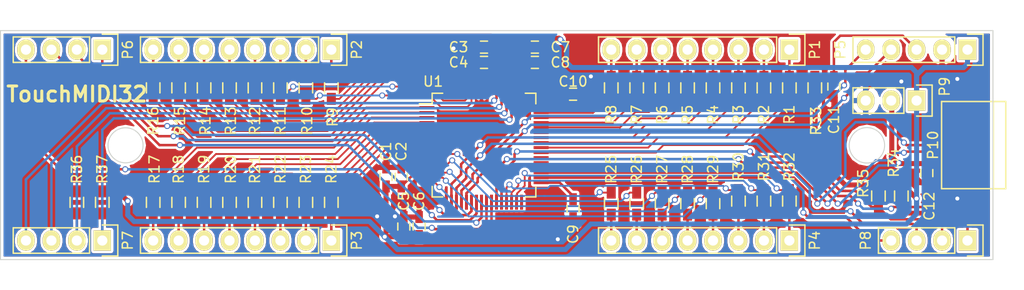
<source format=kicad_pcb>
(kicad_pcb (version 4) (host pcbnew 4.0.1-stable)
  (layers (0 F.Cu signal) (31 B.Cu signal) (34 B.Paste user) (35 F.Paste user) (36 B.SilkS user) (37 F.SilkS user) (38 B.Mask user) (39 F.Mask user) (44 Edge.Cuts user))
  (net 0 "")
  (net 1 VDD)
  (net 2 GND)
  (net 3 "Net-(C9-Pad1)")
  (net 4 "Net-(C10-Pad1)")
  (net 5 /RES)
  (net 6 "Net-(C12-Pad1)")
  (net 7 "Net-(P1-Pad1)")
  (net 8 "Net-(P1-Pad2)")
  (net 9 "Net-(P1-Pad3)")
  (net 10 "Net-(P1-Pad4)")
  (net 11 "Net-(P1-Pad5)")
  (net 12 "Net-(P1-Pad6)")
  (net 13 "Net-(P1-Pad7)")
  (net 14 "Net-(P1-Pad8)")
  (net 15 "Net-(P2-Pad1)")
  (net 16 "Net-(P2-Pad2)")
  (net 17 "Net-(P2-Pad3)")
  (net 18 "Net-(P2-Pad4)")
  (net 19 "Net-(P2-Pad5)")
  (net 20 "Net-(P2-Pad6)")
  (net 21 "Net-(P2-Pad7)")
  (net 22 "Net-(P2-Pad8)")
  (net 23 "Net-(P3-Pad1)")
  (net 24 "Net-(P3-Pad2)")
  (net 25 "Net-(P3-Pad3)")
  (net 26 "Net-(P3-Pad4)")
  (net 27 "Net-(P3-Pad5)")
  (net 28 "Net-(P3-Pad6)")
  (net 29 "Net-(P3-Pad7)")
  (net 30 "Net-(P3-Pad8)")
  (net 31 "Net-(P4-Pad1)")
  (net 32 "Net-(P4-Pad2)")
  (net 33 "Net-(P4-Pad3)")
  (net 34 "Net-(P4-Pad4)")
  (net 35 "Net-(P4-Pad5)")
  (net 36 "Net-(P4-Pad6)")
  (net 37 "Net-(P4-Pad7)")
  (net 38 "Net-(P4-Pad8)")
  (net 39 "Net-(P5-Pad4)")
  (net 40 "Net-(P5-Pad5)")
  (net 41 "Net-(P6-Pad1)")
  (net 42 "Net-(P6-Pad2)")
  (net 43 "Net-(P6-Pad3)")
  (net 44 "Net-(P6-Pad4)")
  (net 45 "Net-(P7-Pad1)")
  (net 46 "Net-(P7-Pad2)")
  (net 47 "Net-(P7-Pad3)")
  (net 48 "Net-(P7-Pad4)")
  (net 49 "Net-(P8-Pad1)")
  (net 50 "Net-(P8-Pad2)")
  (net 51 "Net-(P8-Pad3)")
  (net 52 "Net-(P8-Pad4)")
  (net 53 "Net-(P10-Pad2)")
  (net 54 "Net-(P10-Pad3)")
  (net 55 "Net-(R1-Pad2)")
  (net 56 "Net-(R2-Pad2)")
  (net 57 "Net-(R3-Pad2)")
  (net 58 "Net-(R4-Pad2)")
  (net 59 "Net-(R5-Pad2)")
  (net 60 "Net-(R6-Pad2)")
  (net 61 "Net-(R7-Pad2)")
  (net 62 "Net-(R8-Pad2)")
  (net 63 "Net-(R9-Pad1)")
  (net 64 "Net-(R10-Pad1)")
  (net 65 "Net-(R11-Pad1)")
  (net 66 "Net-(R12-Pad1)")
  (net 67 "Net-(R13-Pad1)")
  (net 68 "Net-(R14-Pad1)")
  (net 69 "Net-(R15-Pad1)")
  (net 70 "Net-(R16-Pad1)")
  (net 71 "Net-(R17-Pad1)")
  (net 72 "Net-(R18-Pad1)")
  (net 73 "Net-(R19-Pad1)")
  (net 74 "Net-(R20-Pad1)")
  (net 75 "Net-(R21-Pad1)")
  (net 76 "Net-(R22-Pad1)")
  (net 77 "Net-(R23-Pad1)")
  (net 78 "Net-(R24-Pad1)")
  (net 79 "Net-(R25-Pad1)")
  (net 80 "Net-(R26-Pad1)")
  (net 81 "Net-(R27-Pad1)")
  (net 82 "Net-(R28-Pad1)")
  (net 83 "Net-(R29-Pad1)")
  (net 84 "Net-(R30-Pad1)")
  (net 85 "Net-(R31-Pad1)")
  (net 86 "Net-(R32-Pad1)")
  (module Capacitors_SMD:C_0603_HandSoldering (layer F.Cu) (at 135.001 97.155 90)
    (fp_text reference C1 (at 2.54 0 90) (layer F.SilkS))
    (fp_text value 1μF)
    (pad 1 smd rect (at -0.95 0 90) (size 1.2 0.75) (layers F.Cu F.Paste F.Mask) (net 1 VDD))
    (pad 2 smd rect (at 0.95 0 90) (size 1.2 0.75) (layers F.Cu F.Paste F.Mask) (net 2 GND))
  )
  (module Capacitors_SMD:C_0603_HandSoldering (layer F.Cu) (at 136.525 97.155 90)
    (fp_text reference C2 (at 2.54 0 90) (layer F.SilkS))
    (fp_text value 0.1μF)
    (pad 1 smd rect (at -0.95 0 90) (size 1.2 0.75) (layers F.Cu F.Paste F.Mask) (net 1 VDD))
    (pad 2 smd rect (at 0.95 0 90) (size 1.2 0.75) (layers F.Cu F.Paste F.Mask) (net 2 GND))
  )
  (module Capacitors_SMD:C_0603_HandSoldering (layer F.Cu) (at 144.78 84.201 180)
    (fp_text reference C3 (at 2.54 0 180) (layer F.SilkS))
    (fp_text value 1μF)
    (pad 1 smd rect (at -0.95 0 180) (size 1.2 0.75) (layers F.Cu F.Paste F.Mask) (net 1 VDD))
    (pad 2 smd rect (at 0.95 0 180) (size 1.2 0.75) (layers F.Cu F.Paste F.Mask) (net 2 GND))
  )
  (module Capacitors_SMD:C_0603_HandSoldering (layer F.Cu) (at 144.78 85.725 180)
    (fp_text reference C4 (at 2.54 0 180) (layer F.SilkS))
    (fp_text value 0.1μF)
    (pad 1 smd rect (at -0.95 0 180) (size 1.2 0.75) (layers F.Cu F.Paste F.Mask) (net 1 VDD))
    (pad 2 smd rect (at 0.95 0 180) (size 1.2 0.75) (layers F.Cu F.Paste F.Mask) (net 2 GND))
  )
  (module Capacitors_SMD:C_0603_HandSoldering (layer F.Cu) (at 136.779 102.108 90)
    (fp_text reference C5 (at 2.54 0 90) (layer F.SilkS))
    (fp_text value 1μF)
    (pad 1 smd rect (at -0.95 0 90) (size 1.2 0.75) (layers F.Cu F.Paste F.Mask) (net 1 VDD))
    (pad 2 smd rect (at 0.95 0 90) (size 1.2 0.75) (layers F.Cu F.Paste F.Mask) (net 2 GND))
  )
  (module Capacitors_SMD:C_0603_HandSoldering (layer F.Cu) (at 138.303 102.108 90)
    (fp_text reference C6 (at 2.54 0 90) (layer F.SilkS))
    (fp_text value 0.1μF)
    (pad 1 smd rect (at -0.95 0 90) (size 1.2 0.75) (layers F.Cu F.Paste F.Mask) (net 1 VDD))
    (pad 2 smd rect (at 0.95 0 90) (size 1.2 0.75) (layers F.Cu F.Paste F.Mask) (net 2 GND))
  )
  (module Capacitors_SMD:C_0603_HandSoldering (layer F.Cu) (at 149.86 84.201)
    (fp_text reference C7 (at 2.54 0) (layer F.SilkS))
    (fp_text value 1μF)
    (pad 1 smd rect (at -0.95 0) (size 1.2 0.75) (layers F.Cu F.Paste F.Mask) (net 1 VDD))
    (pad 2 smd rect (at 0.95 0) (size 1.2 0.75) (layers F.Cu F.Paste F.Mask) (net 2 GND))
  )
  (module Capacitors_SMD:C_0603_HandSoldering (layer F.Cu) (at 149.86 85.725)
    (fp_text reference C8 (at 2.54 0) (layer F.SilkS))
    (fp_text value 0.1μF)
    (pad 1 smd rect (at -0.95 0) (size 1.2 0.75) (layers F.Cu F.Paste F.Mask) (net 1 VDD))
    (pad 2 smd rect (at 0.95 0) (size 1.2 0.75) (layers F.Cu F.Paste F.Mask) (net 2 GND))
  )
  (module Capacitors_SMD:C_0603_HandSoldering (layer F.Cu) (at 153.67 100.33 270)
    (fp_text reference C9 (at 2.54 0 270) (layer F.SilkS))
    (fp_text value 2.2nF)
    (pad 1 smd rect (at -0.95 0 270) (size 1.2 0.75) (layers F.Cu F.Paste F.Mask) (net 3 "Net-(C9-Pad1)"))
    (pad 2 smd rect (at 0.95 0 270) (size 1.2 0.75) (layers F.Cu F.Paste F.Mask) (net 2 GND))
  )
  (module Capacitors_SMD:C_0603_HandSoldering (layer F.Cu) (at 153.67 88.9)
    (fp_text reference C10 (at 0 -1.27) (layer F.SilkS))
    (fp_text value 1μF)
    (pad 1 smd rect (at -0.95 0) (size 1.2 0.75) (layers F.Cu F.Paste F.Mask) (net 4 "Net-(C10-Pad1)"))
    (pad 2 smd rect (at 0.95 0) (size 1.2 0.75) (layers F.Cu F.Paste F.Mask) (net 2 GND))
  )
  (module Capacitors_SMD:C_0603_HandSoldering (layer F.Cu) (at 179.705 88.138 270)
    (fp_text reference C11 (at 3.302 0 270) (layer F.SilkS))
    (fp_text value 0.1μF)
    (pad 1 smd rect (at -0.95 0 270) (size 1.2 0.75) (layers F.Cu F.Paste F.Mask) (net 5 /RES))
    (pad 2 smd rect (at 0.95 0 270) (size 1.2 0.75) (layers F.Cu F.Paste F.Mask) (net 2 GND))
  )
  (module Capacitors_SMD:C_0603_HandSoldering (layer F.Cu) (at 188.976 96.774 270)
    (fp_text reference C12 (at 3.302 -0.254 270) (layer F.SilkS))
    (fp_text value 0.1μF)
    (pad 1 smd rect (at -0.95 0 270) (size 1.2 0.75) (layers F.Cu F.Paste F.Mask) (net 6 "Net-(C12-Pad1)"))
    (pad 2 smd rect (at 0.95 0 270) (size 1.2 0.75) (layers F.Cu F.Paste F.Mask) (net 2 GND))
  )
  (module Pin_Headers:Pin_Header_Straight_1x08 (layer F.Cu) (at 175.26 84.455 270)
    (fp_text reference P1 (at 0 -2.54 270) (layer F.SilkS))
    (fp_text value CONN_01X08)
    (pad 1 thru_hole rect (at 0 0 270) (size 2.032 1.7272) (drill 1.016) (layers *.Cu *.Mask F.SilkS) (net 7 "Net-(P1-Pad1)"))
    (pad 2 thru_hole oval (at 0 2.54 270) (size 2.032 1.7272) (drill 1.016) (layers *.Cu *.Mask F.SilkS) (net 8 "Net-(P1-Pad2)"))
    (pad 3 thru_hole oval (at 0 5.08 270) (size 2.032 1.7272) (drill 1.016) (layers *.Cu *.Mask F.SilkS) (net 9 "Net-(P1-Pad3)"))
    (pad 4 thru_hole oval (at 0 7.62 270) (size 2.032 1.7272) (drill 1.016) (layers *.Cu *.Mask F.SilkS) (net 10 "Net-(P1-Pad4)"))
    (pad 5 thru_hole oval (at 0 10.16 270) (size 2.032 1.7272) (drill 1.016) (layers *.Cu *.Mask F.SilkS) (net 11 "Net-(P1-Pad5)"))
    (pad 6 thru_hole oval (at 0 12.7 270) (size 2.032 1.7272) (drill 1.016) (layers *.Cu *.Mask F.SilkS) (net 12 "Net-(P1-Pad6)"))
    (pad 7 thru_hole oval (at 0 15.24 270) (size 2.032 1.7272) (drill 1.016) (layers *.Cu *.Mask F.SilkS) (net 13 "Net-(P1-Pad7)"))
    (pad 8 thru_hole oval (at 0 17.78 270) (size 2.032 1.7272) (drill 1.016) (layers *.Cu *.Mask F.SilkS) (net 14 "Net-(P1-Pad8)"))
  )
  (module Pin_Headers:Pin_Header_Straight_1x08 (layer F.Cu) (at 129.54 84.455 270)
    (fp_text reference P2 (at 0 -2.54 270) (layer F.SilkS))
    (fp_text value CONN_01X08)
    (pad 1 thru_hole rect (at 0 0 270) (size 2.032 1.7272) (drill 1.016) (layers *.Cu *.Mask F.SilkS) (net 15 "Net-(P2-Pad1)"))
    (pad 2 thru_hole oval (at 0 2.54 270) (size 2.032 1.7272) (drill 1.016) (layers *.Cu *.Mask F.SilkS) (net 16 "Net-(P2-Pad2)"))
    (pad 3 thru_hole oval (at 0 5.08 270) (size 2.032 1.7272) (drill 1.016) (layers *.Cu *.Mask F.SilkS) (net 17 "Net-(P2-Pad3)"))
    (pad 4 thru_hole oval (at 0 7.62 270) (size 2.032 1.7272) (drill 1.016) (layers *.Cu *.Mask F.SilkS) (net 18 "Net-(P2-Pad4)"))
    (pad 5 thru_hole oval (at 0 10.16 270) (size 2.032 1.7272) (drill 1.016) (layers *.Cu *.Mask F.SilkS) (net 19 "Net-(P2-Pad5)"))
    (pad 6 thru_hole oval (at 0 12.7 270) (size 2.032 1.7272) (drill 1.016) (layers *.Cu *.Mask F.SilkS) (net 20 "Net-(P2-Pad6)"))
    (pad 7 thru_hole oval (at 0 15.24 270) (size 2.032 1.7272) (drill 1.016) (layers *.Cu *.Mask F.SilkS) (net 21 "Net-(P2-Pad7)"))
    (pad 8 thru_hole oval (at 0 17.78 270) (size 2.032 1.7272) (drill 1.016) (layers *.Cu *.Mask F.SilkS) (net 22 "Net-(P2-Pad8)"))
  )
  (module Pin_Headers:Pin_Header_Straight_1x08 (layer F.Cu) (at 129.54 103.505 270)
    (fp_text reference P3 (at 0 -2.54 270) (layer F.SilkS))
    (fp_text value CONN_01X08)
    (pad 1 thru_hole rect (at 0 0 270) (size 2.032 1.7272) (drill 1.016) (layers *.Cu *.Mask F.SilkS) (net 23 "Net-(P3-Pad1)"))
    (pad 2 thru_hole oval (at 0 2.54 270) (size 2.032 1.7272) (drill 1.016) (layers *.Cu *.Mask F.SilkS) (net 24 "Net-(P3-Pad2)"))
    (pad 3 thru_hole oval (at 0 5.08 270) (size 2.032 1.7272) (drill 1.016) (layers *.Cu *.Mask F.SilkS) (net 25 "Net-(P3-Pad3)"))
    (pad 4 thru_hole oval (at 0 7.62 270) (size 2.032 1.7272) (drill 1.016) (layers *.Cu *.Mask F.SilkS) (net 26 "Net-(P3-Pad4)"))
    (pad 5 thru_hole oval (at 0 10.16 270) (size 2.032 1.7272) (drill 1.016) (layers *.Cu *.Mask F.SilkS) (net 27 "Net-(P3-Pad5)"))
    (pad 6 thru_hole oval (at 0 12.7 270) (size 2.032 1.7272) (drill 1.016) (layers *.Cu *.Mask F.SilkS) (net 28 "Net-(P3-Pad6)"))
    (pad 7 thru_hole oval (at 0 15.24 270) (size 2.032 1.7272) (drill 1.016) (layers *.Cu *.Mask F.SilkS) (net 29 "Net-(P3-Pad7)"))
    (pad 8 thru_hole oval (at 0 17.78 270) (size 2.032 1.7272) (drill 1.016) (layers *.Cu *.Mask F.SilkS) (net 30 "Net-(P3-Pad8)"))
  )
  (module Pin_Headers:Pin_Header_Straight_1x08 (layer F.Cu) (at 175.26 103.505 270)
    (fp_text reference P4 (at 0 -2.54 270) (layer F.SilkS))
    (fp_text value CONN_01X08)
    (pad 1 thru_hole rect (at 0 0 270) (size 2.032 1.7272) (drill 1.016) (layers *.Cu *.Mask F.SilkS) (net 31 "Net-(P4-Pad1)"))
    (pad 2 thru_hole oval (at 0 2.54 270) (size 2.032 1.7272) (drill 1.016) (layers *.Cu *.Mask F.SilkS) (net 32 "Net-(P4-Pad2)"))
    (pad 3 thru_hole oval (at 0 5.08 270) (size 2.032 1.7272) (drill 1.016) (layers *.Cu *.Mask F.SilkS) (net 33 "Net-(P4-Pad3)"))
    (pad 4 thru_hole oval (at 0 7.62 270) (size 2.032 1.7272) (drill 1.016) (layers *.Cu *.Mask F.SilkS) (net 34 "Net-(P4-Pad4)"))
    (pad 5 thru_hole oval (at 0 10.16 270) (size 2.032 1.7272) (drill 1.016) (layers *.Cu *.Mask F.SilkS) (net 35 "Net-(P4-Pad5)"))
    (pad 6 thru_hole oval (at 0 12.7 270) (size 2.032 1.7272) (drill 1.016) (layers *.Cu *.Mask F.SilkS) (net 36 "Net-(P4-Pad6)"))
    (pad 7 thru_hole oval (at 0 15.24 270) (size 2.032 1.7272) (drill 1.016) (layers *.Cu *.Mask F.SilkS) (net 37 "Net-(P4-Pad7)"))
    (pad 8 thru_hole oval (at 0 17.78 270) (size 2.032 1.7272) (drill 1.016) (layers *.Cu *.Mask F.SilkS) (net 38 "Net-(P4-Pad8)"))
  )
  (module Pin_Headers:Pin_Header_Straight_1x05 (layer F.Cu) (at 193.04 84.455 270)
    (fp_text reference P5 (at 0 12.7 270) (layer F.SilkS))
    (fp_text value CONN_01X05)
    (pad 1 thru_hole rect (at 0 0 270) (size 2.032 1.7272) (drill 1.016) (layers *.Cu *.Mask F.SilkS) (net 1 VDD))
    (pad 2 thru_hole oval (at 0 2.54 270) (size 2.032 1.7272) (drill 1.016) (layers *.Cu *.Mask F.SilkS) (net 2 GND))
    (pad 3 thru_hole oval (at 0 5.08 270) (size 2.032 1.7272) (drill 1.016) (layers *.Cu *.Mask F.SilkS) (net 5 /RES))
    (pad 4 thru_hole oval (at 0 7.62 270) (size 2.032 1.7272) (drill 1.016) (layers *.Cu *.Mask F.SilkS) (net 39 "Net-(P5-Pad4)"))
    (pad 5 thru_hole oval (at 0 10.16 270) (size 2.032 1.7272) (drill 1.016) (layers *.Cu *.Mask F.SilkS) (net 40 "Net-(P5-Pad5)"))
  )
  (module Pin_Headers:Pin_Header_Straight_1x04 (layer F.Cu) (at 106.68 84.455 270)
    (fp_text reference P6 (at 0 -2.54 270) (layer F.SilkS))
    (fp_text value CONN_01X04)
    (pad 1 thru_hole rect (at 0 0 270) (size 2.032 1.7272) (drill 1.016) (layers *.Cu *.Mask F.SilkS) (net 41 "Net-(P6-Pad1)"))
    (pad 2 thru_hole oval (at 0 2.54 270) (size 2.032 1.7272) (drill 1.016) (layers *.Cu *.Mask F.SilkS) (net 42 "Net-(P6-Pad2)"))
    (pad 3 thru_hole oval (at 0 5.08 270) (size 2.032 1.7272) (drill 1.016) (layers *.Cu *.Mask F.SilkS) (net 43 "Net-(P6-Pad3)"))
    (pad 4 thru_hole oval (at 0 7.62 270) (size 2.032 1.7272) (drill 1.016) (layers *.Cu *.Mask F.SilkS) (net 44 "Net-(P6-Pad4)"))
  )
  (module Pin_Headers:Pin_Header_Straight_1x04 (layer F.Cu) (at 106.68 103.505 270)
    (fp_text reference P7 (at 0 -2.54 270) (layer F.SilkS))
    (fp_text value CONN_01X04)
    (pad 1 thru_hole rect (at 0 0 270) (size 2.032 1.7272) (drill 1.016) (layers *.Cu *.Mask F.SilkS) (net 45 "Net-(P7-Pad1)"))
    (pad 2 thru_hole oval (at 0 2.54 270) (size 2.032 1.7272) (drill 1.016) (layers *.Cu *.Mask F.SilkS) (net 46 "Net-(P7-Pad2)"))
    (pad 3 thru_hole oval (at 0 5.08 270) (size 2.032 1.7272) (drill 1.016) (layers *.Cu *.Mask F.SilkS) (net 47 "Net-(P7-Pad3)"))
    (pad 4 thru_hole oval (at 0 7.62 270) (size 2.032 1.7272) (drill 1.016) (layers *.Cu *.Mask F.SilkS) (net 48 "Net-(P7-Pad4)"))
  )
  (module Pin_Headers:Pin_Header_Straight_1x04 (layer F.Cu) (at 193.04 103.505 270)
    (fp_text reference P8 (at 0 10.16 270) (layer F.SilkS))
    (fp_text value CONN_01X04)
    (pad 1 thru_hole rect (at 0 0 270) (size 2.032 1.7272) (drill 1.016) (layers *.Cu *.Mask F.SilkS) (net 49 "Net-(P8-Pad1)"))
    (pad 2 thru_hole oval (at 0 2.54 270) (size 2.032 1.7272) (drill 1.016) (layers *.Cu *.Mask F.SilkS) (net 50 "Net-(P8-Pad2)"))
    (pad 3 thru_hole oval (at 0 5.08 270) (size 2.032 1.7272) (drill 1.016) (layers *.Cu *.Mask F.SilkS) (net 51 "Net-(P8-Pad3)"))
    (pad 4 thru_hole oval (at 0 7.62 270) (size 2.032 1.7272) (drill 1.016) (layers *.Cu *.Mask F.SilkS) (net 52 "Net-(P8-Pad4)"))
  )
  (module Pin_Headers:Pin_Header_Straight_1x03 (layer F.Cu) (at 187.96 89.535 270)
    (fp_text reference P9 (at -1.397 -2.794 270) (layer F.SilkS))
    (fp_text value CONN_01X03)
    (pad 1 thru_hole rect (at 0 0 270) (size 2.032 1.7272) (drill 1.016) (layers *.Cu *.Mask F.SilkS) (net 1 VDD))
    (pad 2 thru_hole oval (at 0 2.54 270) (size 2.032 1.7272) (drill 1.016) (layers *.Cu *.Mask F.SilkS) (net 6 "Net-(C12-Pad1)"))
    (pad 3 thru_hole oval (at 0 5.08 270) (size 2.032 1.7272) (drill 1.016) (layers *.Cu *.Mask F.SilkS) (net 2 GND))
  )
  (module "Connect:USB_Micro-B(molex)" (layer F.Cu) (at 193.04 93.98 90)
    (fp_text reference P10 (at 0 -3.45 90) (layer F.SilkS))
    (fp_text value USB_B)
    (pad 1 smd rect (at -1.3 -1.525 180) (size 1.35 0.4) (layers F.Cu F.Paste F.Mask) (net 6 "Net-(C12-Pad1)"))
    (pad 2 smd rect (at -0.65 -1.525 180) (size 1.35 0.4) (layers F.Cu F.Paste F.Mask) (net 53 "Net-(P10-Pad2)"))
    (pad 3 smd rect (at 0 -1.525 180) (size 1.35 0.4) (layers F.Cu F.Paste F.Mask) (net 54 "Net-(P10-Pad3)"))
    (pad 4 smd rect (at 0.65 -1.525 180) (size 1.35 0.4) (layers F.Cu F.Paste F.Mask))
    (pad 5 smd rect (at 1.3 -1.525 180) (size 1.35 0.4) (layers F.Cu F.Paste F.Mask) (net 2 GND))
    (pad 6 smd rect (at -2.45 -1.2 180) (size 2 1.5) (layers F.Cu F.Paste F.Mask))
    (pad 7 smd rect (at 2.45 -1.2 180) (size 2 1.5) (layers F.Cu F.Paste F.Mask))
    (pad 8 smd rect (at -2.9 1.15 180) (size 1.9 2.4) (layers F.Cu F.Paste F.Mask))
    (pad 11 smd rect (at 2.9 1.15 180) (size 1.9 2.4) (layers F.Cu F.Paste F.Mask))
    (pad 9 smd rect (at -0.8 1.15 180) (size 1.9 1.3) (layers F.Cu F.Paste F.Mask))
    (pad 10 smd rect (at 0.8 1.15 180) (size 1.9 1.3) (layers F.Cu F.Paste F.Mask))
  )
  (module Resistors_SMD:R_0603_HandSoldering (layer F.Cu) (at 175.26 88.265 270)
    (fp_text reference R1 (at 2.667 0 270) (layer F.SilkS))
    (fp_text value 560Ω)
    (pad 1 smd rect (at -1.1 0 270) (size 1.2 0.9) (layers F.Cu F.Paste F.Mask) (net 7 "Net-(P1-Pad1)"))
    (pad 2 smd rect (at 1.1 0 270) (size 1.2 0.9) (layers F.Cu F.Paste F.Mask) (net 55 "Net-(R1-Pad2)"))
  )
  (module Resistors_SMD:R_0603_HandSoldering (layer F.Cu) (at 172.72 88.265 270)
    (fp_text reference R2 (at 2.667 0 270) (layer F.SilkS))
    (fp_text value 560Ω)
    (pad 1 smd rect (at -1.1 0 270) (size 1.2 0.9) (layers F.Cu F.Paste F.Mask) (net 8 "Net-(P1-Pad2)"))
    (pad 2 smd rect (at 1.1 0 270) (size 1.2 0.9) (layers F.Cu F.Paste F.Mask) (net 56 "Net-(R2-Pad2)"))
  )
  (module Resistors_SMD:R_0603_HandSoldering (layer F.Cu) (at 170.18 88.265 270)
    (fp_text reference R3 (at 2.667 0 270) (layer F.SilkS))
    (fp_text value 560Ω)
    (pad 1 smd rect (at -1.1 0 270) (size 1.2 0.9) (layers F.Cu F.Paste F.Mask) (net 9 "Net-(P1-Pad3)"))
    (pad 2 smd rect (at 1.1 0 270) (size 1.2 0.9) (layers F.Cu F.Paste F.Mask) (net 57 "Net-(R3-Pad2)"))
  )
  (module Resistors_SMD:R_0603_HandSoldering (layer F.Cu) (at 167.64 88.265 270)
    (fp_text reference R4 (at 2.667 0 270) (layer F.SilkS))
    (fp_text value 560Ω)
    (pad 1 smd rect (at -1.1 0 270) (size 1.2 0.9) (layers F.Cu F.Paste F.Mask) (net 10 "Net-(P1-Pad4)"))
    (pad 2 smd rect (at 1.1 0 270) (size 1.2 0.9) (layers F.Cu F.Paste F.Mask) (net 58 "Net-(R4-Pad2)"))
  )
  (module Resistors_SMD:R_0603_HandSoldering (layer F.Cu) (at 165.1 88.265 270)
    (fp_text reference R5 (at 2.667 0 270) (layer F.SilkS))
    (fp_text value 560Ω)
    (pad 1 smd rect (at -1.1 0 270) (size 1.2 0.9) (layers F.Cu F.Paste F.Mask) (net 11 "Net-(P1-Pad5)"))
    (pad 2 smd rect (at 1.1 0 270) (size 1.2 0.9) (layers F.Cu F.Paste F.Mask) (net 59 "Net-(R5-Pad2)"))
  )
  (module Resistors_SMD:R_0603_HandSoldering (layer F.Cu) (at 162.56 88.265 270)
    (fp_text reference R6 (at 2.667 0 270) (layer F.SilkS))
    (fp_text value 560Ω)
    (pad 1 smd rect (at -1.1 0 270) (size 1.2 0.9) (layers F.Cu F.Paste F.Mask) (net 12 "Net-(P1-Pad6)"))
    (pad 2 smd rect (at 1.1 0 270) (size 1.2 0.9) (layers F.Cu F.Paste F.Mask) (net 60 "Net-(R6-Pad2)"))
  )
  (module Resistors_SMD:R_0603_HandSoldering (layer F.Cu) (at 160.02 88.265 270)
    (fp_text reference R7 (at 2.667 0 270) (layer F.SilkS))
    (fp_text value 560Ω)
    (pad 1 smd rect (at -1.1 0 270) (size 1.2 0.9) (layers F.Cu F.Paste F.Mask) (net 13 "Net-(P1-Pad7)"))
    (pad 2 smd rect (at 1.1 0 270) (size 1.2 0.9) (layers F.Cu F.Paste F.Mask) (net 61 "Net-(R7-Pad2)"))
  )
  (module Resistors_SMD:R_0603_HandSoldering (layer F.Cu) (at 157.48 88.265 270)
    (fp_text reference R8 (at 2.667 0 270) (layer F.SilkS))
    (fp_text value 560Ω)
    (pad 1 smd rect (at -1.1 0 270) (size 1.2 0.9) (layers F.Cu F.Paste F.Mask) (net 14 "Net-(P1-Pad8)"))
    (pad 2 smd rect (at 1.1 0 270) (size 1.2 0.9) (layers F.Cu F.Paste F.Mask) (net 62 "Net-(R8-Pad2)"))
  )
  (module Resistors_SMD:R_0603_HandSoldering (layer F.Cu) (at 129.54 88.265 90)
    (fp_text reference R9 (at -2.921 0.127 90) (layer F.SilkS))
    (fp_text value 560Ω)
    (pad 1 smd rect (at -1.1 0 90) (size 1.2 0.9) (layers F.Cu F.Paste F.Mask) (net 63 "Net-(R9-Pad1)"))
    (pad 2 smd rect (at 1.1 0 90) (size 1.2 0.9) (layers F.Cu F.Paste F.Mask) (net 15 "Net-(P2-Pad1)"))
  )
  (module Resistors_SMD:R_0603_HandSoldering (layer F.Cu) (at 127 88.265 90)
    (fp_text reference R10 (at -3.302 0.127 90) (layer F.SilkS))
    (fp_text value 560Ω)
    (pad 1 smd rect (at -1.1 0 90) (size 1.2 0.9) (layers F.Cu F.Paste F.Mask) (net 64 "Net-(R10-Pad1)"))
    (pad 2 smd rect (at 1.1 0 90) (size 1.2 0.9) (layers F.Cu F.Paste F.Mask) (net 16 "Net-(P2-Pad2)"))
  )
  (module Resistors_SMD:R_0603_HandSoldering (layer F.Cu) (at 124.46 88.265 90)
    (fp_text reference R11 (at -3.302 0 90) (layer F.SilkS))
    (fp_text value 560Ω)
    (pad 1 smd rect (at -1.1 0 90) (size 1.2 0.9) (layers F.Cu F.Paste F.Mask) (net 65 "Net-(R11-Pad1)"))
    (pad 2 smd rect (at 1.1 0 90) (size 1.2 0.9) (layers F.Cu F.Paste F.Mask) (net 17 "Net-(P2-Pad3)"))
  )
  (module Resistors_SMD:R_0603_HandSoldering (layer F.Cu) (at 121.92 88.265 90)
    (fp_text reference R12 (at -3.302 0 90) (layer F.SilkS))
    (fp_text value 560Ω)
    (pad 1 smd rect (at -1.1 0 90) (size 1.2 0.9) (layers F.Cu F.Paste F.Mask) (net 66 "Net-(R12-Pad1)"))
    (pad 2 smd rect (at 1.1 0 90) (size 1.2 0.9) (layers F.Cu F.Paste F.Mask) (net 18 "Net-(P2-Pad4)"))
  )
  (module Resistors_SMD:R_0603_HandSoldering (layer F.Cu) (at 119.38 88.265 90)
    (fp_text reference R13 (at -3.302 0.127 90) (layer F.SilkS))
    (fp_text value 560Ω)
    (pad 1 smd rect (at -1.1 0 90) (size 1.2 0.9) (layers F.Cu F.Paste F.Mask) (net 67 "Net-(R13-Pad1)"))
    (pad 2 smd rect (at 1.1 0 90) (size 1.2 0.9) (layers F.Cu F.Paste F.Mask) (net 19 "Net-(P2-Pad5)"))
  )
  (module Resistors_SMD:R_0603_HandSoldering (layer F.Cu) (at 116.84 88.265 90)
    (fp_text reference R14 (at -3.302 0.127 90) (layer F.SilkS))
    (fp_text value 560Ω)
    (pad 1 smd rect (at -1.1 0 90) (size 1.2 0.9) (layers F.Cu F.Paste F.Mask) (net 68 "Net-(R14-Pad1)"))
    (pad 2 smd rect (at 1.1 0 90) (size 1.2 0.9) (layers F.Cu F.Paste F.Mask) (net 20 "Net-(P2-Pad6)"))
  )
  (module Resistors_SMD:R_0603_HandSoldering (layer F.Cu) (at 114.3 88.265 90)
    (fp_text reference R15 (at -3.302 0.127 90) (layer F.SilkS))
    (fp_text value 560Ω)
    (pad 1 smd rect (at -1.1 0 90) (size 1.2 0.9) (layers F.Cu F.Paste F.Mask) (net 69 "Net-(R15-Pad1)"))
    (pad 2 smd rect (at 1.1 0 90) (size 1.2 0.9) (layers F.Cu F.Paste F.Mask) (net 21 "Net-(P2-Pad7)"))
  )
  (module Resistors_SMD:R_0603_HandSoldering (layer F.Cu) (at 111.76 88.265 90)
    (fp_text reference R16 (at -3.302 0 90) (layer F.SilkS))
    (fp_text value 560Ω)
    (pad 1 smd rect (at -1.1 0 90) (size 1.2 0.9) (layers F.Cu F.Paste F.Mask) (net 70 "Net-(R16-Pad1)"))
    (pad 2 smd rect (at 1.1 0 90) (size 1.2 0.9) (layers F.Cu F.Paste F.Mask) (net 22 "Net-(P2-Pad8)"))
  )
  (module Resistors_SMD:R_0603_HandSoldering (layer F.Cu) (at 111.76 99.695 270)
    (fp_text reference R17 (at -3.302 -0.127 270) (layer F.SilkS))
    (fp_text value 560Ω)
    (pad 1 smd rect (at -1.1 0 270) (size 1.2 0.9) (layers F.Cu F.Paste F.Mask) (net 71 "Net-(R17-Pad1)"))
    (pad 2 smd rect (at 1.1 0 270) (size 1.2 0.9) (layers F.Cu F.Paste F.Mask) (net 30 "Net-(P3-Pad8)"))
  )
  (module Resistors_SMD:R_0603_HandSoldering (layer F.Cu) (at 114.3 99.695 270)
    (fp_text reference R18 (at -3.302 0 270) (layer F.SilkS))
    (fp_text value 560Ω)
    (pad 1 smd rect (at -1.1 0 270) (size 1.2 0.9) (layers F.Cu F.Paste F.Mask) (net 72 "Net-(R18-Pad1)"))
    (pad 2 smd rect (at 1.1 0 270) (size 1.2 0.9) (layers F.Cu F.Paste F.Mask) (net 29 "Net-(P3-Pad7)"))
  )
  (module Resistors_SMD:R_0603_HandSoldering (layer F.Cu) (at 116.84 99.695 270)
    (fp_text reference R19 (at -3.302 0 270) (layer F.SilkS))
    (fp_text value 560Ω)
    (pad 1 smd rect (at -1.1 0 270) (size 1.2 0.9) (layers F.Cu F.Paste F.Mask) (net 73 "Net-(R19-Pad1)"))
    (pad 2 smd rect (at 1.1 0 270) (size 1.2 0.9) (layers F.Cu F.Paste F.Mask) (net 28 "Net-(P3-Pad6)"))
  )
  (module Resistors_SMD:R_0603_HandSoldering (layer F.Cu) (at 119.38 99.695 270)
    (fp_text reference R20 (at -3.302 -0.127 270) (layer F.SilkS))
    (fp_text value 560Ω)
    (pad 1 smd rect (at -1.1 0 270) (size 1.2 0.9) (layers F.Cu F.Paste F.Mask) (net 74 "Net-(R20-Pad1)"))
    (pad 2 smd rect (at 1.1 0 270) (size 1.2 0.9) (layers F.Cu F.Paste F.Mask) (net 27 "Net-(P3-Pad5)"))
  )
  (module Resistors_SMD:R_0603_HandSoldering (layer F.Cu) (at 121.92 99.695 270)
    (fp_text reference R21 (at -3.302 0 270) (layer F.SilkS))
    (fp_text value 560Ω)
    (pad 1 smd rect (at -1.1 0 270) (size 1.2 0.9) (layers F.Cu F.Paste F.Mask) (net 75 "Net-(R21-Pad1)"))
    (pad 2 smd rect (at 1.1 0 270) (size 1.2 0.9) (layers F.Cu F.Paste F.Mask) (net 26 "Net-(P3-Pad4)"))
  )
  (module Resistors_SMD:R_0603_HandSoldering (layer F.Cu) (at 124.46 99.695 270)
    (fp_text reference R22 (at -3.302 0 270) (layer F.SilkS))
    (fp_text value 560Ω)
    (pad 1 smd rect (at -1.1 0 270) (size 1.2 0.9) (layers F.Cu F.Paste F.Mask) (net 76 "Net-(R22-Pad1)"))
    (pad 2 smd rect (at 1.1 0 270) (size 1.2 0.9) (layers F.Cu F.Paste F.Mask) (net 25 "Net-(P3-Pad3)"))
  )
  (module Resistors_SMD:R_0603_HandSoldering (layer F.Cu) (at 127 99.695 270)
    (fp_text reference R23 (at -3.302 0 270) (layer F.SilkS))
    (fp_text value 560Ω)
    (pad 1 smd rect (at -1.1 0 270) (size 1.2 0.9) (layers F.Cu F.Paste F.Mask) (net 77 "Net-(R23-Pad1)"))
    (pad 2 smd rect (at 1.1 0 270) (size 1.2 0.9) (layers F.Cu F.Paste F.Mask) (net 24 "Net-(P3-Pad2)"))
  )
  (module Resistors_SMD:R_0603_HandSoldering (layer F.Cu) (at 129.54 99.695 270)
    (fp_text reference R24 (at -3.302 0 270) (layer F.SilkS))
    (fp_text value 560Ω)
    (pad 1 smd rect (at -1.1 0 270) (size 1.2 0.9) (layers F.Cu F.Paste F.Mask) (net 78 "Net-(R24-Pad1)"))
    (pad 2 smd rect (at 1.1 0 270) (size 1.2 0.9) (layers F.Cu F.Paste F.Mask) (net 23 "Net-(P3-Pad1)"))
  )
  (module Resistors_SMD:R_0603_HandSoldering (layer F.Cu) (at 157.48 99.822 270)
    (fp_text reference R25 (at -3.429 0 270) (layer F.SilkS))
    (fp_text value 560Ω)
    (pad 1 smd rect (at -1.1 0 270) (size 1.2 0.9) (layers F.Cu F.Paste F.Mask) (net 79 "Net-(R25-Pad1)"))
    (pad 2 smd rect (at 1.1 0 270) (size 1.2 0.9) (layers F.Cu F.Paste F.Mask) (net 38 "Net-(P4-Pad8)"))
  )
  (module Resistors_SMD:R_0603_HandSoldering (layer F.Cu) (at 160.02 99.822 270)
    (fp_text reference R26 (at -3.429 0 270) (layer F.SilkS))
    (fp_text value 560Ω)
    (pad 1 smd rect (at -1.1 0 270) (size 1.2 0.9) (layers F.Cu F.Paste F.Mask) (net 80 "Net-(R26-Pad1)"))
    (pad 2 smd rect (at 1.1 0 270) (size 1.2 0.9) (layers F.Cu F.Paste F.Mask) (net 37 "Net-(P4-Pad7)"))
  )
  (module Resistors_SMD:R_0603_HandSoldering (layer F.Cu) (at 162.56 99.822 270)
    (fp_text reference R27 (at -3.429 0 270) (layer F.SilkS))
    (fp_text value 560Ω)
    (pad 1 smd rect (at -1.1 0 270) (size 1.2 0.9) (layers F.Cu F.Paste F.Mask) (net 81 "Net-(R27-Pad1)"))
    (pad 2 smd rect (at 1.1 0 270) (size 1.2 0.9) (layers F.Cu F.Paste F.Mask) (net 36 "Net-(P4-Pad6)"))
  )
  (module Resistors_SMD:R_0603_HandSoldering (layer F.Cu) (at 165.1 99.822 270)
    (fp_text reference R28 (at -3.429 0 270) (layer F.SilkS))
    (fp_text value 560Ω)
    (pad 1 smd rect (at -1.1 0 270) (size 1.2 0.9) (layers F.Cu F.Paste F.Mask) (net 82 "Net-(R28-Pad1)"))
    (pad 2 smd rect (at 1.1 0 270) (size 1.2 0.9) (layers F.Cu F.Paste F.Mask) (net 35 "Net-(P4-Pad5)"))
  )
  (module Resistors_SMD:R_0603_HandSoldering (layer F.Cu) (at 167.64 99.822 270)
    (fp_text reference R29 (at -3.429 0 270) (layer F.SilkS))
    (fp_text value 560Ω)
    (pad 1 smd rect (at -1.1 0 270) (size 1.2 0.9) (layers F.Cu F.Paste F.Mask) (net 83 "Net-(R29-Pad1)"))
    (pad 2 smd rect (at 1.1 0 270) (size 1.2 0.9) (layers F.Cu F.Paste F.Mask) (net 34 "Net-(P4-Pad4)"))
  )
  (module Resistors_SMD:R_0603_HandSoldering (layer F.Cu) (at 170.18 99.568 270)
    (fp_text reference R30 (at -3.429 0 270) (layer F.SilkS))
    (fp_text value 560Ω)
    (pad 1 smd rect (at -1.1 0 270) (size 1.2 0.9) (layers F.Cu F.Paste F.Mask) (net 84 "Net-(R30-Pad1)"))
    (pad 2 smd rect (at 1.1 0 270) (size 1.2 0.9) (layers F.Cu F.Paste F.Mask) (net 33 "Net-(P4-Pad3)"))
  )
  (module Resistors_SMD:R_0603_HandSoldering (layer F.Cu) (at 172.72 99.568 270)
    (fp_text reference R31 (at -3.429 0 270) (layer F.SilkS))
    (fp_text value 560Ω)
    (pad 1 smd rect (at -1.1 0 270) (size 1.2 0.9) (layers F.Cu F.Paste F.Mask) (net 85 "Net-(R31-Pad1)"))
    (pad 2 smd rect (at 1.1 0 270) (size 1.2 0.9) (layers F.Cu F.Paste F.Mask) (net 32 "Net-(P4-Pad2)"))
  )
  (module Resistors_SMD:R_0603_HandSoldering (layer F.Cu) (at 175.26 99.568 270)
    (fp_text reference R32 (at -3.429 0 270) (layer F.SilkS))
    (fp_text value 560Ω)
    (pad 1 smd rect (at -1.1 0 270) (size 1.2 0.9) (layers F.Cu F.Paste F.Mask) (net 86 "Net-(R32-Pad1)"))
    (pad 2 smd rect (at 1.1 0 270) (size 1.2 0.9) (layers F.Cu F.Paste F.Mask) (net 31 "Net-(P4-Pad1)"))
  )
  (module Resistors_SMD:R_0603_HandSoldering (layer F.Cu) (at 177.8 88.265 90)
    (fp_text reference R33 (at -3.302 0.127 90) (layer F.SilkS))
    (fp_text value 4.7kΩ)
    (pad 1 smd rect (at -1.1 0 90) (size 1.2 0.9) (layers F.Cu F.Paste F.Mask) (net 1 VDD))
    (pad 2 smd rect (at 1.1 0 90) (size 1.2 0.9) (layers F.Cu F.Paste F.Mask) (net 5 /RES))
  )
  (module Resistors_SMD:R_0603_HandSoldering (layer F.Cu) (at 186.436 99.06 270)
    (fp_text reference R34 (at -3.302 0.762 270) (layer F.SilkS))
    (fp_text value 4.7kΩ)
    (pad 1 smd rect (at -1.1 0 270) (size 1.2 0.9) (layers F.Cu F.Paste F.Mask) (net 1 VDD))
    (pad 2 smd rect (at 1.1 0 270) (size 1.2 0.9) (layers F.Cu F.Paste F.Mask) (net 49 "Net-(P8-Pad1)"))
  )
  (module Resistors_SMD:R_0603_HandSoldering (layer F.Cu) (at 184.15 99.06 270)
    (fp_text reference R35 (at -1.27 1.524 270) (layer F.SilkS))
    (fp_text value 4.7kΩ)
    (pad 1 smd rect (at -1.1 0 270) (size 1.2 0.9) (layers F.Cu F.Paste F.Mask) (net 1 VDD))
    (pad 2 smd rect (at 1.1 0 270) (size 1.2 0.9) (layers F.Cu F.Paste F.Mask) (net 50 "Net-(P8-Pad2)"))
  )
  (module Housings_QFP:TQFP-64_10x10mm_Pitch0.5mm (layer F.Cu) (at 144.78 93.98)
    (fp_text reference U1 (at -5.08 -6.35) (layer F.SilkS))
    (fp_text value CY8C4246AZI-L445)
    (pad 1 smd rect (at -5.7 -3.75) (size 1.5 0.3) (layers F.Cu F.Paste F.Mask) (net 70 "Net-(R16-Pad1)"))
    (pad 2 smd rect (at -5.7 -3.25) (size 1.5 0.3) (layers F.Cu F.Paste F.Mask) (net 71 "Net-(R17-Pad1)"))
    (pad 3 smd rect (at -5.7 -2.75) (size 1.5 0.3) (layers F.Cu F.Paste F.Mask) (net 72 "Net-(R18-Pad1)"))
    (pad 4 smd rect (at -5.7 -2.25) (size 1.5 0.3) (layers F.Cu F.Paste F.Mask) (net 73 "Net-(R19-Pad1)"))
    (pad 5 smd rect (at -5.7 -1.75) (size 1.5 0.3) (layers F.Cu F.Paste F.Mask) (net 74 "Net-(R20-Pad1)"))
    (pad 6 smd rect (at -5.7 -1.25) (size 1.5 0.3) (layers F.Cu F.Paste F.Mask) (net 75 "Net-(R21-Pad1)"))
    (pad 7 smd rect (at -5.7 -0.75) (size 1.5 0.3) (layers F.Cu F.Paste F.Mask) (net 76 "Net-(R22-Pad1)"))
    (pad 8 smd rect (at -5.7 -0.25) (size 1.5 0.3) (layers F.Cu F.Paste F.Mask) (net 77 "Net-(R23-Pad1)"))
    (pad 9 smd rect (at -5.7 0.25) (size 1.5 0.3) (layers F.Cu F.Paste F.Mask) (net 78 "Net-(R24-Pad1)"))
    (pad 10 smd rect (at -5.7 0.75) (size 1.5 0.3) (layers F.Cu F.Paste F.Mask) (net 2 GND))
    (pad 11 smd rect (at -5.7 1.25) (size 1.5 0.3) (layers F.Cu F.Paste F.Mask) (net 1 VDD))
    (pad 12 smd rect (at -5.7 1.75) (size 1.5 0.3) (layers F.Cu F.Paste F.Mask) (net 79 "Net-(R25-Pad1)"))
    (pad 13 smd rect (at -5.7 2.25) (size 1.5 0.3) (layers F.Cu F.Paste F.Mask) (net 80 "Net-(R26-Pad1)"))
    (pad 14 smd rect (at -5.7 2.75) (size 1.5 0.3) (layers F.Cu F.Paste F.Mask) (net 81 "Net-(R27-Pad1)"))
    (pad 15 smd rect (at -5.7 3.25) (size 1.5 0.3) (layers F.Cu F.Paste F.Mask) (net 82 "Net-(R28-Pad1)"))
    (pad 16 smd rect (at -5.7 3.75) (size 1.5 0.3) (layers F.Cu F.Paste F.Mask) (net 83 "Net-(R29-Pad1)"))
    (pad 17 smd rect (at -3.75 5.7 90) (size 1.5 0.3) (layers F.Cu F.Paste F.Mask) (net 2 GND))
    (pad 18 smd rect (at -3.25 5.7 90) (size 1.5 0.3) (layers F.Cu F.Paste F.Mask) (net 51 "Net-(P8-Pad3)"))
    (pad 19 smd rect (at -2.75 5.7 90) (size 1.5 0.3) (layers F.Cu F.Paste F.Mask) (net 52 "Net-(P8-Pad4)"))
    (pad 20 smd rect (at -2.25 5.7 90) (size 1.5 0.3) (layers F.Cu F.Paste F.Mask) (net 40 "Net-(P5-Pad5)"))
    (pad 21 smd rect (at -1.75 5.7 90) (size 1.5 0.3) (layers F.Cu F.Paste F.Mask) (net 39 "Net-(P5-Pad4)"))
    (pad 22 smd rect (at -1.25 5.7 90) (size 1.5 0.3) (layers F.Cu F.Paste F.Mask) (net 41 "Net-(P6-Pad1)"))
    (pad 23 smd rect (at -0.75 5.7 90) (size 1.5 0.3) (layers F.Cu F.Paste F.Mask) (net 42 "Net-(P6-Pad2)"))
    (pad 24 smd rect (at -0.25 5.7 90) (size 1.5 0.3) (layers F.Cu F.Paste F.Mask) (net 43 "Net-(P6-Pad3)"))
    (pad 25 smd rect (at 0.25 5.7 90) (size 1.5 0.3) (layers F.Cu F.Paste F.Mask) (net 44 "Net-(P6-Pad4)"))
    (pad 26 smd rect (at 0.75 5.7 90) (size 1.5 0.3) (layers F.Cu F.Paste F.Mask) (net 1 VDD))
    (pad 27 smd rect (at 1.25 5.7 90) (size 1.5 0.3) (layers F.Cu F.Paste F.Mask) (net 49 "Net-(P8-Pad1)"))
    (pad 28 smd rect (at 1.75 5.7 90) (size 1.5 0.3) (layers F.Cu F.Paste F.Mask) (net 50 "Net-(P8-Pad2)"))
    (pad 29 smd rect (at 2.25 5.7 90) (size 1.5 0.3) (layers F.Cu F.Paste F.Mask) (net 84 "Net-(R30-Pad1)"))
    (pad 30 smd rect (at 2.75 5.7 90) (size 1.5 0.3) (layers F.Cu F.Paste F.Mask) (net 85 "Net-(R31-Pad1)"))
    (pad 31 smd rect (at 3.25 5.7 90) (size 1.5 0.3) (layers F.Cu F.Paste F.Mask) (net 86 "Net-(R32-Pad1)"))
    (pad 32 smd rect (at 3.75 5.7 90) (size 1.5 0.3) (layers F.Cu F.Paste F.Mask))
    (pad 33 smd rect (at 5.7 3.75) (size 1.5 0.3) (layers F.Cu F.Paste F.Mask) (net 3 "Net-(C9-Pad1)"))
    (pad 34 smd rect (at 5.7 3.25) (size 1.5 0.3) (layers F.Cu F.Paste F.Mask) (net 54 "Net-(P10-Pad3)"))
    (pad 35 smd rect (at 5.7 2.75) (size 1.5 0.3) (layers F.Cu F.Paste F.Mask) (net 53 "Net-(P10-Pad2)"))
    (pad 36 smd rect (at 5.7 2.25) (size 1.5 0.3) (layers F.Cu F.Paste F.Mask) (net 6 "Net-(C12-Pad1)"))
    (pad 37 smd rect (at 5.7 1.75) (size 1.5 0.3) (layers F.Cu F.Paste F.Mask))
    (pad 38 smd rect (at 5.7 1.25) (size 1.5 0.3) (layers F.Cu F.Paste F.Mask))
    (pad 39 smd rect (at 5.7 0.75) (size 1.5 0.3) (layers F.Cu F.Paste F.Mask) (net 55 "Net-(R1-Pad2)"))
    (pad 40 smd rect (at 5.7 0.25) (size 1.5 0.3) (layers F.Cu F.Paste F.Mask) (net 56 "Net-(R2-Pad2)"))
    (pad 41 smd rect (at 5.7 -0.25) (size 1.5 0.3) (layers F.Cu F.Paste F.Mask) (net 57 "Net-(R3-Pad2)"))
    (pad 42 smd rect (at 5.7 -0.75) (size 1.5 0.3) (layers F.Cu F.Paste F.Mask) (net 58 "Net-(R4-Pad2)"))
    (pad 43 smd rect (at 5.7 -1.25) (size 1.5 0.3) (layers F.Cu F.Paste F.Mask) (net 59 "Net-(R5-Pad2)"))
    (pad 44 smd rect (at 5.7 -1.75) (size 1.5 0.3) (layers F.Cu F.Paste F.Mask) (net 60 "Net-(R6-Pad2)"))
    (pad 45 smd rect (at 5.7 -2.25) (size 1.5 0.3) (layers F.Cu F.Paste F.Mask) (net 61 "Net-(R7-Pad2)"))
    (pad 46 smd rect (at 5.7 -2.75) (size 1.5 0.3) (layers F.Cu F.Paste F.Mask) (net 62 "Net-(R8-Pad2)"))
    (pad 47 smd rect (at 5.7 -3.25) (size 1.5 0.3) (layers F.Cu F.Paste F.Mask) (net 5 /RES))
    (pad 48 smd rect (at 5.7 -3.75) (size 1.5 0.3) (layers F.Cu F.Paste F.Mask) (net 4 "Net-(C10-Pad1)"))
    (pad 49 smd rect (at 3.75 -5.7 90) (size 1.5 0.3) (layers F.Cu F.Paste F.Mask) (net 2 GND))
    (pad 50 smd rect (at 3.25 -5.7 90) (size 1.5 0.3) (layers F.Cu F.Paste F.Mask) (net 1 VDD))
    (pad 51 smd rect (at 2.75 -5.7 90) (size 1.5 0.3) (layers F.Cu F.Paste F.Mask) (net 45 "Net-(P7-Pad1)"))
    (pad 52 smd rect (at 2.25 -5.7 90) (size 1.5 0.3) (layers F.Cu F.Paste F.Mask) (net 46 "Net-(P7-Pad2)"))
    (pad 53 smd rect (at 1.75 -5.7 90) (size 1.5 0.3) (layers F.Cu F.Paste F.Mask) (net 47 "Net-(P7-Pad3)"))
    (pad 54 smd rect (at 1.25 -5.7 90) (size 1.5 0.3) (layers F.Cu F.Paste F.Mask) (net 48 "Net-(P7-Pad4)"))
    (pad 55 smd rect (at 0.75 -5.7 90) (size 1.5 0.3) (layers F.Cu F.Paste F.Mask))
    (pad 56 smd rect (at 0.25 -5.7 90) (size 1.5 0.3) (layers F.Cu F.Paste F.Mask) (net 1 VDD))
    (pad 57 smd rect (at -0.25 -5.7 90) (size 1.5 0.3) (layers F.Cu F.Paste F.Mask) (net 2 GND))
    (pad 58 smd rect (at -0.75 -5.7 90) (size 1.5 0.3) (layers F.Cu F.Paste F.Mask) (net 63 "Net-(R9-Pad1)"))
    (pad 59 smd rect (at -1.25 -5.7 90) (size 1.5 0.3) (layers F.Cu F.Paste F.Mask) (net 64 "Net-(R10-Pad1)"))
    (pad 60 smd rect (at -1.75 -5.7 90) (size 1.5 0.3) (layers F.Cu F.Paste F.Mask) (net 65 "Net-(R11-Pad1)"))
    (pad 61 smd rect (at -2.25 -5.7 90) (size 1.5 0.3) (layers F.Cu F.Paste F.Mask) (net 66 "Net-(R12-Pad1)"))
    (pad 62 smd rect (at -2.75 -5.7 90) (size 1.5 0.3) (layers F.Cu F.Paste F.Mask) (net 67 "Net-(R13-Pad1)"))
    (pad 63 smd rect (at -3.25 -5.7 90) (size 1.5 0.3) (layers F.Cu F.Paste F.Mask) (net 68 "Net-(R14-Pad1)"))
    (pad 64 smd rect (at -3.75 -5.7 90) (size 1.5 0.3) (layers F.Cu F.Paste F.Mask) (net 69 "Net-(R15-Pad1)"))
  )
  (module Resistors_SMD:R_0603_HandSoldering (layer F.Cu) (at 104.14 99.695 270)
    (fp_text reference R36 (at -3.302 0 270) (layer F.SilkS))
    (fp_text value 10KΩ)
    (pad 1 smd rect (at -1.1 0 270) (size 1.2 0.9) (layers F.Cu F.Paste F.Mask) (net 1 VDD))
    (pad 2 smd rect (at 1.1 0 270) (size 1.2 0.9) (layers F.Cu F.Paste F.Mask) (net 46 "Net-(P7-Pad2)"))
  )
  (module Resistors_SMD:R_0603_HandSoldering (layer F.Cu) (at 106.68 99.695 270)
    (fp_text reference R37 (at -3.302 0 270) (layer F.SilkS))
    (fp_text value 10KΩ)
    (pad 1 smd rect (at -1.1 0 270) (size 1.2 0.9) (layers F.Cu F.Paste F.Mask) (net 1 VDD))
    (pad 2 smd rect (at 1.1 0 270) (size 1.2 0.9) (layers F.Cu F.Paste F.Mask) (net 45 "Net-(P7-Pad1)"))
  )
  (gr_circle (center 183 94) (end 183.25 95.75) (layer Edge.Cuts) (width 0.1))
  (gr_circle (center 109 94) (end 109 95.75) (layer Edge.Cuts) (width 0.1))
  (gr_text TouchMIDI32 (at 104.14 88.9) (layer F.SilkS) (effects (font (size 1.5 1.5) (thickness 0.3))))
  (gr_line (start 195.58 105.41) (end 96.52 105.41) (angle 90) (layer Edge.Cuts) (width 0.1))
  (gr_line (start 96.52 82.55) (end 195.58 82.55) (angle 90) (layer Edge.Cuts) (width 0.1))
  (gr_line (start 195.58 105.41) (end 195.58 82.55) (angle 90) (layer Edge.Cuts) (width 0.1))
  (gr_line (start 96.52 82.55) (end 96.52 105.41) (angle 90) (layer Edge.Cuts) (width 0.1))
  (segment (start 177.833501 94.962499) (end 177.833501 89.398501) (width 0.5) (layer F.Cu) (net 1))
  (segment (start 177.833501 89.398501) (end 177.8 89.365) (width 0.5) (layer F.Cu) (net 1))
  (segment (start 134.874 103.124) (end 136.713 103.124) (width 0.5) (layer F.Cu) (net 1))
  (segment (start 136.713 103.124) (end 136.779 103.058) (width 0.5) (layer F.Cu) (net 1))
  (segment (start 134.874 103.124) (end 133.35 101.6) (width 0.5) (layer B.Cu) (net 1))
  (segment (start 108.247 98.595) (end 109.22 99.568) (width 0.5) (layer F.Cu) (net 1))
  (via (at 109.22 99.568) (size 0.6) (drill 0.4) (layers F.Cu B.Cu) (net 1))
  (segment (start 108.247 98.595) (end 106.68 98.595) (width 0.5) (layer F.Cu) (net 1))
  (segment (start 109.22 100.965) (end 109.855 101.6) (width 0.5) (layer B.Cu) (net 1))
  (segment (start 109.855 101.6) (end 133.35 101.6) (width 0.5) (layer B.Cu) (net 1))
  (segment (start 109.22 99.568) (end 109.22 100.965) (width 0.5) (layer B.Cu) (net 1))
  (segment (start 104.14 98.595) (end 106.68 98.595) (width 0.5) (layer F.Cu) (net 1))
  (segment (start 138.303 103.058) (end 144.465 103.058) (width 0.5) (layer F.Cu) (net 1))
  (segment (start 145.53 101.969) (end 145.53 99.68) (width 0.25) (layer F.Cu) (net 1))
  (segment (start 145.53 101.993) (end 145.53 101.969) (width 0.5) (layer F.Cu) (net 1))
  (segment (start 144.465 103.058) (end 145.53 101.993) (width 0.5) (layer F.Cu) (net 1))
  (segment (start 177.8 94.928998) (end 177.833501 94.962499) (width 0.5) (layer F.Cu) (net 1))
  (segment (start 177.833501 94.962499) (end 180.831002 97.96) (width 0.5) (layer F.Cu) (net 1))
  (segment (start 180.831002 97.96) (end 180.831002 97.976998) (width 0.5) (layer F.Cu) (net 1))
  (segment (start 180.831002 97.976998) (end 180.831002 97.96) (width 0.5) (layer F.Cu) (net 1))
  (segment (start 187.96 86.995) (end 187.96 89.535) (width 0.5) (layer B.Cu) (net 1))
  (segment (start 184.15 97.96) (end 180.831002 97.96) (width 0.5) (layer F.Cu) (net 1))
  (segment (start 187.96 100.838) (end 187.96 99.314) (width 0.5) (layer B.Cu) (net 1))
  (segment (start 187.96 99.314) (end 186.606 97.96) (width 0.5) (layer F.Cu) (net 1))
  (via (at 187.96 99.314) (size 0.6) (drill 0.4) (layers F.Cu B.Cu) (net 1))
  (segment (start 186.606 97.96) (end 186.436 97.96) (width 0.5) (layer F.Cu) (net 1))
  (segment (start 184.15 97.96) (end 186.436 97.96) (width 0.5) (layer F.Cu) (net 1))
  (segment (start 136.779 103.058) (end 138.303 103.058) (width 0.5) (layer F.Cu) (net 1))
  (segment (start 135.001 98.105) (end 136.525 98.105) (width 0.5) (layer F.Cu) (net 1))
  (segment (start 136.713 103.124) (end 136.779 103.058) (width 0.5) (layer F.Cu) (net 1))
  (segment (start 187.96 88.265) (end 187.96 100.838) (width 0.5) (layer B.Cu) (net 1))
  (segment (start 135.001 102.997) (end 135.001 98.105) (width 0.5) (layer F.Cu) (net 1))
  (segment (start 134.874 103.124) (end 135.001 102.997) (width 0.5) (layer F.Cu) (net 1))
  (via (at 134.874 103.124) (size 0.6) (drill 0.4) (layers F.Cu B.Cu) (net 1))
  (segment (start 136.144 104.394) (end 134.874 103.124) (width 0.5) (layer B.Cu) (net 1))
  (segment (start 187.96 100.838) (end 186.944 101.854) (width 0.5) (layer B.Cu) (net 1))
  (segment (start 186.944 101.854) (end 155.448 101.854) (width 0.5) (layer B.Cu) (net 1))
  (segment (start 155.448 101.854) (end 152.908 104.394) (width 0.5) (layer B.Cu) (net 1))
  (segment (start 152.908 104.394) (end 136.144 104.394) (width 0.5) (layer B.Cu) (net 1))
  (segment (start 145.73 84.201) (end 145.73 85.725) (width 0.5) (layer F.Cu) (net 1))
  (segment (start 148.91 84.201) (end 148.91 85.725) (width 0.5) (layer F.Cu) (net 1))
  (segment (start 148.91 84.201) (end 148.91 83.312) (width 0.5) (layer F.Cu) (net 1))
  (segment (start 148.91 83.312) (end 149.098 83.312) (width 0.5) (layer F.Cu) (net 1))
  (segment (start 187.96 86.995) (end 187.96 86.741) (width 0.5) (layer B.Cu) (net 1))
  (segment (start 145.73 83.505) (end 145.73 84.201) (width 0.5) (layer F.Cu) (net 1))
  (segment (start 145.923 83.312) (end 145.73 83.505) (width 0.5) (layer F.Cu) (net 1))
  (segment (start 152.273 83.312) (end 145.923 83.312) (width 0.5) (layer F.Cu) (net 1))
  (segment (start 152.4 83.439) (end 152.273 83.312) (width 0.5) (layer F.Cu) (net 1))
  (via (at 152.4 83.439) (size 0.6) (drill 0.4) (layers F.Cu B.Cu) (net 1))
  (segment (start 153.035 84.074) (end 152.4 83.439) (width 0.5) (layer B.Cu) (net 1))
  (segment (start 153.035 85.725) (end 153.035 84.074) (width 0.5) (layer B.Cu) (net 1))
  (segment (start 153.543 86.233) (end 153.035 85.725) (width 0.5) (layer B.Cu) (net 1))
  (segment (start 187.452 86.233) (end 153.543 86.233) (width 0.5) (layer B.Cu) (net 1))
  (segment (start 187.96 86.741) (end 187.452 86.233) (width 0.5) (layer B.Cu) (net 1))
  (segment (start 187.96 88.265) (end 187.96 86.995) (width 0.5) (layer B.Cu) (net 1))
  (segment (start 193.04 85.852) (end 193.04 84.455) (width 0.5) (layer B.Cu) (net 1))
  (segment (start 192.659 86.233) (end 193.04 85.852) (width 0.5) (layer B.Cu) (net 1))
  (segment (start 188.722 86.233) (end 192.659 86.233) (width 0.5) (layer B.Cu) (net 1))
  (segment (start 187.96 86.995) (end 188.722 86.233) (width 0.5) (layer B.Cu) (net 1))
  (segment (start 146.304 83.312) (end 146.05 83.312) (width 0.25) (layer F.Cu) (net 1))
  (segment (start 149.098 83.312) (end 146.304 83.312) (width 0.25) (layer F.Cu) (net 1))
  (segment (start 146.05 83.312) (end 145.73 83.632) (width 0.25) (layer F.Cu) (net 1))
  (segment (start 145.73 83.632) (end 145.73 83.754) (width 0.25) (layer F.Cu) (net 1))
  (segment (start 145.796 83.82) (end 145.73 83.82) (width 0.25) (layer F.Cu) (net 1))
  (segment (start 145.73 83.754) (end 145.796 83.82) (width 0.25) (layer F.Cu) (net 1))
  (segment (start 145.73 84.455) (end 145.73 83.82) (width 0.25) (layer F.Cu) (net 1))
  (segment (start 145.73 83.82) (end 145.73 83.632) (width 0.25) (layer F.Cu) (net 1))
  (segment (start 193.04 84.455) (end 193.04 84.074) (width 0.25) (layer F.Cu) (net 1))
  (segment (start 149.098 83.312) (end 148.91 83.5) (width 0.25) (layer F.Cu) (net 1))
  (segment (start 148.91 83.5) (end 148.91 84.455) (width 0.25) (layer F.Cu) (net 1))
  (segment (start 148.91 85.725) (end 148.91 84.455) (width 0.25) (layer F.Cu) (net 1))
  (segment (start 148.03 88.28) (end 148.03 87.174) (width 0.25) (layer F.Cu) (net 1))
  (segment (start 148.59 86.614) (end 148.59 86.045) (width 0.25) (layer F.Cu) (net 1))
  (segment (start 148.03 87.174) (end 148.59 86.614) (width 0.25) (layer F.Cu) (net 1))
  (segment (start 148.59 86.045) (end 148.91 85.725) (width 0.25) (layer F.Cu) (net 1))
  (segment (start 145.73 84.455) (end 145.73 85.725) (width 0.25) (layer F.Cu) (net 1))
  (segment (start 145.03 88.28) (end 145.03 86.872) (width 0.25) (layer F.Cu) (net 1))
  (segment (start 145.03 86.872) (end 145.73 86.172) (width 0.25) (layer F.Cu) (net 1))
  (segment (start 145.73 86.172) (end 145.73 85.725) (width 0.25) (layer F.Cu) (net 1))
  (segment (start 139.08 95.23) (end 137.942 95.23) (width 0.25) (layer F.Cu) (net 1))
  (segment (start 137.942 95.23) (end 137.668 95.504) (width 0.25) (layer F.Cu) (net 1))
  (segment (start 137.668 95.504) (end 137.668 96.962) (width 0.25) (layer F.Cu) (net 1))
  (segment (start 137.668 96.962) (end 136.525 98.105) (width 0.25) (layer F.Cu) (net 1))
  (segment (start 137.287 94.869) (end 137.16 94.869) (width 0.5) (layer F.Cu) (net 2))
  (segment (start 136.525 95.504) (end 136.525 96.205) (width 0.5) (layer F.Cu) (net 2))
  (segment (start 137.16 94.869) (end 136.525 95.504) (width 0.5) (layer F.Cu) (net 2))
  (segment (start 144.018 90.424) (end 144.53 89.912) (width 0.5) (layer F.Cu) (net 2))
  (segment (start 144.53 88.28) (end 144.53 89.912) (width 0.25) (layer F.Cu) (net 2))
  (segment (start 140.577 91.198) (end 140.97 90.805) (width 0.5) (layer F.Cu) (net 2))
  (segment (start 140.97 90.805) (end 143.637 90.805) (width 0.5) (layer F.Cu) (net 2))
  (segment (start 143.637 90.805) (end 144.018 90.424) (width 0.5) (layer F.Cu) (net 2))
  (segment (start 140.577 91.198) (end 140.577 94.73) (width 0.5) (layer F.Cu) (net 2))
  (segment (start 139.08 94.73) (end 140.577 94.73) (width 0.25) (layer F.Cu) (net 2))
  (segment (start 140.577 94.73) (end 140.589 94.742) (width 0.25) (layer F.Cu) (net 2))
  (segment (start 135.001 96.205) (end 134.173 96.205) (width 0.5) (layer F.Cu) (net 2))
  (segment (start 134.112 101.092) (end 135.89 101.092) (width 0.5) (layer B.Cu) (net 2))
  (via (at 134.112 101.092) (size 0.6) (drill 0.4) (layers F.Cu B.Cu) (net 2))
  (segment (start 133.858 100.838) (end 134.112 101.092) (width 0.5) (layer F.Cu) (net 2))
  (segment (start 133.858 96.52) (end 133.858 100.838) (width 0.5) (layer F.Cu) (net 2))
  (segment (start 134.173 96.205) (end 133.858 96.52) (width 0.5) (layer F.Cu) (net 2))
  (segment (start 153.67 101.28) (end 153.67 101.854) (width 0.5) (layer F.Cu) (net 2))
  (segment (start 153.67 101.854) (end 152.146 103.378) (width 0.5) (layer F.Cu) (net 2))
  (segment (start 135.89 102.362) (end 135.89 101.092) (width 0.5) (layer B.Cu) (net 2))
  (segment (start 136.906 103.378) (end 135.89 102.362) (width 0.5) (layer B.Cu) (net 2))
  (segment (start 152.146 103.378) (end 136.906 103.378) (width 0.5) (layer B.Cu) (net 2))
  (via (at 152.146 103.378) (size 0.6) (drill 0.4) (layers F.Cu B.Cu) (net 2))
  (segment (start 136.779 101.158) (end 135.956 101.158) (width 0.5) (layer F.Cu) (net 2))
  (segment (start 135.956 101.158) (end 135.89 101.092) (width 0.5) (layer F.Cu) (net 2))
  (via (at 135.89 101.092) (size 0.6) (drill 0.4) (layers F.Cu B.Cu) (net 2))
  (segment (start 155.448 87.122) (end 152.908 87.122) (width 0.5) (layer B.Cu) (net 2))
  (segment (start 141.859 84.201) (end 143.83 84.201) (width 0.5) (layer F.Cu) (net 2))
  (segment (start 141.732 84.328) (end 141.859 84.201) (width 0.5) (layer F.Cu) (net 2))
  (via (at 141.732 84.328) (size 0.6) (drill 0.4) (layers F.Cu B.Cu) (net 2))
  (segment (start 151.892 84.328) (end 141.732 84.328) (width 0.5) (layer B.Cu) (net 2))
  (segment (start 152.146 84.582) (end 151.892 84.328) (width 0.5) (layer B.Cu) (net 2))
  (segment (start 152.146 86.36) (end 152.146 84.582) (width 0.5) (layer B.Cu) (net 2))
  (segment (start 152.908 87.122) (end 152.146 86.36) (width 0.5) (layer B.Cu) (net 2))
  (segment (start 150.81 84.201) (end 151.765 84.201) (width 0.5) (layer F.Cu) (net 2))
  (segment (start 152.908 87.122) (end 155.448 87.122) (width 0.5) (layer F.Cu) (net 2))
  (segment (start 152.146 86.36) (end 152.908 87.122) (width 0.5) (layer F.Cu) (net 2))
  (segment (start 152.146 84.582) (end 152.146 86.36) (width 0.5) (layer F.Cu) (net 2))
  (segment (start 151.765 84.201) (end 152.146 84.582) (width 0.5) (layer F.Cu) (net 2))
  (via (at 186.436 87.63) (size 0.6) (drill 0.4) (layers F.Cu B.Cu) (net 2))
  (segment (start 185.928 87.122) (end 186.436 87.63) (width 0.5) (layer B.Cu) (net 2))
  (segment (start 185.928 87.122) (end 155.448 87.122) (width 0.5) (layer B.Cu) (net 2))
  (via (at 155.448 87.122) (size 0.6) (drill 0.4) (layers F.Cu B.Cu) (net 2))
  (segment (start 154.686 88.834) (end 154.686 87.884) (width 0.5) (layer F.Cu) (net 2))
  (segment (start 155.448 87.122) (end 154.94 87.63) (width 0.5) (layer F.Cu) (net 2))
  (segment (start 154.94 87.63) (end 154.686 87.884) (width 0.5) (layer F.Cu) (net 2))
  (segment (start 154.686 88.834) (end 154.62 88.9) (width 0.5) (layer F.Cu) (net 2))
  (segment (start 190.5 87.376) (end 192.024 87.376) (width 0.5) (layer F.Cu) (net 2))
  (segment (start 188.976 98.806) (end 188.976 97.724) (width 0.5) (layer F.Cu) (net 2))
  (segment (start 189.484 99.314) (end 188.976 98.806) (width 0.5) (layer F.Cu) (net 2))
  (segment (start 192.024 99.314) (end 189.484 99.314) (width 0.5) (layer F.Cu) (net 2))
  (via (at 192.024 99.314) (size 0.6) (drill 0.4) (layers F.Cu B.Cu) (net 2))
  (segment (start 192.024 87.376) (end 192.024 99.314) (width 0.5) (layer B.Cu) (net 2))
  (via (at 192.024 87.376) (size 0.6) (drill 0.4) (layers F.Cu B.Cu) (net 2))
  (segment (start 188.976 97.724) (end 188.402 97.724) (width 0.5) (layer F.Cu) (net 2))
  (segment (start 188.402 97.724) (end 187.452 96.774) (width 0.5) (layer F.Cu) (net 2))
  (segment (start 187.452 96.774) (end 181.102 96.774) (width 0.5) (layer F.Cu) (net 2))
  (segment (start 181.102 96.774) (end 179.832 95.504) (width 0.5) (layer F.Cu) (net 2))
  (segment (start 179.832 95.504) (end 179.832 89.215) (width 0.5) (layer F.Cu) (net 2))
  (segment (start 179.832 89.215) (end 179.705 89.088) (width 0.5) (layer F.Cu) (net 2))
  (segment (start 190.119 92.202) (end 190.119 87.757) (width 0.25) (layer F.Cu) (net 2))
  (segment (start 190.597 92.68) (end 190.119 92.202) (width 0.25) (layer F.Cu) (net 2))
  (segment (start 191.515 92.68) (end 190.597 92.68) (width 0.25) (layer F.Cu) (net 2))
  (segment (start 190.119 87.757) (end 190.246 87.63) (width 0.25) (layer F.Cu) (net 2))
  (segment (start 182.88 89.535) (end 182.88 88.392) (width 0.5) (layer F.Cu) (net 2))
  (segment (start 182.88 88.392) (end 183.642 87.63) (width 0.5) (layer F.Cu) (net 2))
  (segment (start 183.642 87.63) (end 186.436 87.63) (width 0.5) (layer F.Cu) (net 2))
  (segment (start 190.5 87.376) (end 190.5 84.455) (width 0.5) (layer F.Cu) (net 2))
  (segment (start 190.246 87.63) (end 190.5 87.376) (width 0.5) (layer F.Cu) (net 2))
  (segment (start 186.436 87.63) (end 190.246 87.63) (width 0.5) (layer F.Cu) (net 2))
  (segment (start 190.119 84.836) (end 190.5 84.455) (width 0.25) (layer F.Cu) (net 2))
  (segment (start 150.81 85.725) (end 150.81 84.201) (width 0.5) (layer F.Cu) (net 2))
  (segment (start 143.83 85.725) (end 143.83 84.201) (width 0.5) (layer F.Cu) (net 2))
  (segment (start 135.001 96.205) (end 136.525 96.205) (width 0.5) (layer F.Cu) (net 2))
  (segment (start 136.779 101.158) (end 138.303 101.158) (width 0.5) (layer F.Cu) (net 2))
  (segment (start 138.303 101.158) (end 138.303 100.076) (width 0.25) (layer F.Cu) (net 2))
  (segment (start 138.303 100.076) (end 138.699 99.68) (width 0.25) (layer F.Cu) (net 2))
  (segment (start 138.699 99.68) (end 141.03 99.68) (width 0.25) (layer F.Cu) (net 2))
  (segment (start 154.432 88.712) (end 154.62 88.9) (width 0.25) (layer F.Cu) (net 2))
  (segment (start 150.81 84.455) (end 150.81 85.725) (width 0.25) (layer F.Cu) (net 2))
  (segment (start 148.53 88.28) (end 148.53 87.944) (width 0.25) (layer F.Cu) (net 2))
  (segment (start 148.53 87.944) (end 149.352 87.122) (width 0.25) (layer F.Cu) (net 2))
  (segment (start 149.352 87.122) (end 150.114 87.122) (width 0.25) (layer F.Cu) (net 2))
  (segment (start 150.114 87.122) (end 150.81 86.426) (width 0.25) (layer F.Cu) (net 2))
  (segment (start 150.81 86.426) (end 150.81 85.725) (width 0.25) (layer F.Cu) (net 2))
  (segment (start 143.83 85.725) (end 143.83 84.455) (width 0.25) (layer F.Cu) (net 2))
  (segment (start 144.53 88.28) (end 144.53 86.872) (width 0.25) (layer F.Cu) (net 2))
  (segment (start 143.83 86.172) (end 143.83 85.725) (width 0.25) (layer F.Cu) (net 2))
  (segment (start 144.53 86.872) (end 143.83 86.172) (width 0.25) (layer F.Cu) (net 2))
  (segment (start 139.08 94.73) (end 137.426 94.73) (width 0.25) (layer F.Cu) (net 2))
  (segment (start 137.426 94.73) (end 137.287 94.869) (width 0.25) (layer F.Cu) (net 2))
  (segment (start 137.287 94.869) (end 136.525 95.631) (width 0.25) (layer F.Cu) (net 2))
  (segment (start 136.525 95.631) (end 136.525 96.205) (width 0.25) (layer F.Cu) (net 2))
  (segment (start 139.08 94.73) (end 138 94.73) (width 0.25) (layer F.Cu) (net 2))
  (segment (start 135.255 96.205) (end 136.525 96.205) (width 0.25) (layer F.Cu) (net 2))
  (segment (start 150.48 97.73) (end 152.34 97.73) (width 0.25) (layer F.Cu) (net 3))
  (segment (start 152.34 97.73) (end 153.67 99.06) (width 0.25) (layer F.Cu) (net 3))
  (segment (start 153.67 99.06) (end 153.67 99.38) (width 0.25) (layer F.Cu) (net 3))
  (segment (start 150.48 90.23) (end 151.39 90.23) (width 0.25) (layer F.Cu) (net 4))
  (segment (start 151.39 90.23) (end 152.72 88.9) (width 0.25) (layer F.Cu) (net 4))
  (segment (start 150.48 90.73) (end 155.65 90.73) (width 0.25) (layer F.Cu) (net 5))
  (segment (start 176.7 88.265) (end 177.8 87.165) (width 0.25) (layer F.Cu) (net 5))
  (segment (start 156.845 88.265) (end 176.7 88.265) (width 0.25) (layer F.Cu) (net 5))
  (segment (start 156.083 89.027) (end 156.845 88.265) (width 0.25) (layer F.Cu) (net 5))
  (segment (start 156.083 90.297) (end 156.083 89.027) (width 0.25) (layer F.Cu) (net 5))
  (segment (start 155.65 90.73) (end 156.083 90.297) (width 0.25) (layer F.Cu) (net 5))
  (segment (start 179.705 87.188) (end 179.705 83.693) (width 0.25) (layer F.Cu) (net 5))
  (segment (start 186.563 83.058) (end 187.96 84.455) (width 0.25) (layer F.Cu) (net 5))
  (segment (start 180.34 83.058) (end 186.563 83.058) (width 0.25) (layer F.Cu) (net 5))
  (segment (start 179.705 83.693) (end 180.34 83.058) (width 0.25) (layer F.Cu) (net 5))
  (segment (start 177.8 87.165) (end 179.682 87.165) (width 0.25) (layer F.Cu) (net 5))
  (segment (start 179.682 87.165) (end 179.705 87.188) (width 0.25) (layer F.Cu) (net 5))
  (segment (start 179.324 99.06) (end 180.086 99.822) (width 0.25) (layer F.Cu) (net 6))
  (via (at 180.086 99.822) (size 0.6) (drill 0.4) (layers F.Cu B.Cu) (net 6))
  (segment (start 175.006 96.23) (end 176.494 96.23) (width 0.25) (layer F.Cu) (net 6))
  (segment (start 176.494 96.23) (end 179.324 99.06) (width 0.25) (layer F.Cu) (net 6))
  (segment (start 150.48 96.23) (end 175.006 96.23) (width 0.25) (layer F.Cu) (net 6))
  (segment (start 186.182 95.824) (end 186.121 95.824) (width 0.25) (layer F.Cu) (net 6))
  (segment (start 180.086 99.822) (end 180.34 99.822) (width 0.25) (layer B.Cu) (net 6))
  (segment (start 180.34 99.822) (end 184.15 96.012) (width 0.25) (layer B.Cu) (net 6))
  (segment (start 184.15 96.012) (end 185.928 96.012) (width 0.25) (layer B.Cu) (net 6))
  (segment (start 185.928 96.012) (end 186.182 95.758) (width 0.25) (layer B.Cu) (net 6))
  (via (at 186.182 95.758) (size 0.6) (drill 0.4) (layers F.Cu B.Cu) (net 6))
  (segment (start 186.182 95.758) (end 186.182 95.824) (width 0.25) (layer F.Cu) (net 6))
  (segment (start 185.4835 95.1865) (end 185.4835 89.5985) (width 0.5) (layer F.Cu) (net 6))
  (segment (start 185.4835 89.5985) (end 185.42 89.535) (width 0.5) (layer F.Cu) (net 6))
  (segment (start 186.121 95.824) (end 188.976 95.824) (width 0.5) (layer F.Cu) (net 6))
  (segment (start 185.42 95.123) (end 185.4835 95.1865) (width 0.5) (layer F.Cu) (net 6))
  (segment (start 185.4835 95.1865) (end 186.121 95.824) (width 0.5) (layer F.Cu) (net 6))
  (segment (start 191.515 95.28) (end 189.52 95.28) (width 0.25) (layer F.Cu) (net 6))
  (segment (start 189.52 95.28) (end 188.976 95.824) (width 0.25) (layer F.Cu) (net 6))
  (segment (start 175.26 87.165) (end 175.26 84.455) (width 0.25) (layer F.Cu) (net 7))
  (segment (start 172.72 87.165) (end 172.72 84.455) (width 0.25) (layer F.Cu) (net 8))
  (segment (start 170.18 87.165) (end 170.18 84.455) (width 0.25) (layer F.Cu) (net 9))
  (segment (start 167.64 87.165) (end 167.64 84.455) (width 0.25) (layer F.Cu) (net 10))
  (segment (start 165.1 87.165) (end 165.1 84.455) (width 0.25) (layer F.Cu) (net 11))
  (segment (start 162.56 87.165) (end 162.56 84.455) (width 0.25) (layer F.Cu) (net 12))
  (segment (start 160.02 87.165) (end 160.02 84.455) (width 0.25) (layer F.Cu) (net 13))
  (segment (start 157.48 87.165) (end 157.48 84.455) (width 0.25) (layer F.Cu) (net 14))
  (segment (start 129.54 87.165) (end 129.54 84.455) (width 0.25) (layer F.Cu) (net 15))
  (segment (start 127 87.165) (end 127 84.455) (width 0.25) (layer F.Cu) (net 16))
  (segment (start 124.46 87.165) (end 124.46 84.455) (width 0.25) (layer F.Cu) (net 17))
  (segment (start 121.92 87.165) (end 121.92 84.455) (width 0.25) (layer F.Cu) (net 18))
  (segment (start 119.38 87.165) (end 119.38 84.455) (width 0.25) (layer F.Cu) (net 19))
  (segment (start 116.84 87.165) (end 116.84 84.455) (width 0.25) (layer F.Cu) (net 20))
  (segment (start 114.3 87.165) (end 114.3 84.455) (width 0.25) (layer F.Cu) (net 21))
  (segment (start 111.76 87.165) (end 111.76 84.455) (width 0.25) (layer F.Cu) (net 22))
  (segment (start 129.54 100.795) (end 129.54 103.505) (width 0.25) (layer F.Cu) (net 23))
  (segment (start 127 100.795) (end 127 103.505) (width 0.25) (layer F.Cu) (net 24))
  (segment (start 124.46 100.795) (end 124.46 103.505) (width 0.25) (layer F.Cu) (net 25))
  (segment (start 121.92 100.795) (end 121.92 103.505) (width 0.25) (layer F.Cu) (net 26))
  (segment (start 119.38 100.795) (end 119.38 103.505) (width 0.25) (layer F.Cu) (net 27))
  (segment (start 116.84 100.795) (end 116.84 103.505) (width 0.25) (layer F.Cu) (net 28))
  (segment (start 114.3 100.795) (end 114.3 103.505) (width 0.25) (layer F.Cu) (net 29))
  (segment (start 111.76 100.795) (end 111.76 103.505) (width 0.25) (layer F.Cu) (net 30))
  (segment (start 175.26 100.795) (end 175.26 103.505) (width 0.25) (layer F.Cu) (net 31))
  (segment (start 172.72 100.795) (end 172.72 103.505) (width 0.25) (layer F.Cu) (net 32))
  (segment (start 170.18 100.795) (end 170.18 103.505) (width 0.25) (layer F.Cu) (net 33))
  (segment (start 167.64 100.795) (end 167.64 103.505) (width 0.25) (layer F.Cu) (net 34))
  (segment (start 165.1 103.505) (end 165.1 100.922) (width 0.25) (layer F.Cu) (net 35))
  (segment (start 162.56 100.922) (end 162.56 103.505) (width 0.25) (layer F.Cu) (net 36))
  (segment (start 160.02 100.922) (end 160.02 103.505) (width 0.25) (layer F.Cu) (net 37))
  (segment (start 157.48 100.922) (end 157.48 103.505) (width 0.25) (layer F.Cu) (net 38))
  (segment (start 145.542 95.885) (end 148.844 92.583) (width 0.25) (layer F.Cu) (net 39))
  (segment (start 183.134 86.741) (end 181.991 86.741) (width 0.25) (layer F.Cu) (net 39))
  (segment (start 181.991 86.741) (end 181.483 87.249) (width 0.25) (layer F.Cu) (net 39))
  (segment (start 181.483 87.249) (end 181.483 88.519) (width 0.25) (layer F.Cu) (net 39))
  (segment (start 181.483 88.519) (end 180.721 89.281) (width 0.25) (layer F.Cu) (net 39))
  (via (at 180.721 89.281) (size 0.6) (drill 0.4) (layers F.Cu B.Cu) (net 39))
  (segment (start 180.721 89.281) (end 178.054 91.948) (width 0.25) (layer B.Cu) (net 39))
  (segment (start 178.054 91.948) (end 149.479 91.948) (width 0.25) (layer B.Cu) (net 39))
  (segment (start 143.03 99.68) (end 143.03 98.778) (width 0.25) (layer F.Cu) (net 39))
  (segment (start 143.03 98.778) (end 143.383 98.425) (width 0.25) (layer F.Cu) (net 39))
  (segment (start 183.134 86.741) (end 185.42 84.455) (width 0.25) (layer F.Cu) (net 39))
  (segment (start 144.145 97.663) (end 144.145 97.282) (width 0.25) (layer F.Cu) (net 39))
  (segment (start 144.145 97.282) (end 145.542 95.885) (width 0.25) (layer F.Cu) (net 39))
  (segment (start 143.383 98.425) (end 144.145 97.663) (width 0.25) (layer F.Cu) (net 39))
  (segment (start 148.844 92.583) (end 149.479 91.948) (width 0.25) (layer B.Cu) (net 39))
  (via (at 148.844 92.583) (size 0.6) (drill 0.4) (layers F.Cu B.Cu) (net 39))
  (segment (start 145.034 95.504) (end 148.844 91.694) (width 0.25) (layer F.Cu) (net 40))
  (segment (start 142.53 98.516) (end 143.129 97.917) (width 0.25) (layer F.Cu) (net 40))
  (segment (start 142.53 99.68) (end 142.53 98.516) (width 0.25) (layer F.Cu) (net 40))
  (segment (start 143.637 97.409) (end 143.637 96.901) (width 0.25) (layer F.Cu) (net 40))
  (segment (start 143.637 96.901) (end 145.034 95.504) (width 0.25) (layer F.Cu) (net 40))
  (segment (start 143.129 97.917) (end 143.637 97.409) (width 0.25) (layer F.Cu) (net 40))
  (segment (start 148.844 91.694) (end 149.479 91.059) (width 0.25) (layer B.Cu) (net 40))
  (via (at 148.844 91.694) (size 0.6) (drill 0.4) (layers F.Cu B.Cu) (net 40))
  (segment (start 149.479 91.059) (end 149.352 91.186) (width 0.25) (layer B.Cu) (net 40))
  (segment (start 180.848 86.487) (end 182.88 84.455) (width 0.25) (layer F.Cu) (net 40))
  (segment (start 180.848 87.884) (end 180.848 86.487) (width 0.25) (layer F.Cu) (net 40))
  (segment (start 180.721 88.011) (end 180.848 87.884) (width 0.25) (layer F.Cu) (net 40))
  (via (at 180.721 88.011) (size 0.6) (drill 0.4) (layers F.Cu B.Cu) (net 40))
  (segment (start 177.673 91.059) (end 180.721 88.011) (width 0.25) (layer B.Cu) (net 40))
  (segment (start 149.479 91.059) (end 177.673 91.059) (width 0.25) (layer B.Cu) (net 40))
  (segment (start 114.808 92.075) (end 115.697 92.964) (width 0.25) (layer B.Cu) (net 41))
  (segment (start 115.697 92.964) (end 132.842 92.964) (width 0.25) (layer B.Cu) (net 41))
  (segment (start 143.53 99.68) (end 143.53 100.564) (width 0.25) (layer F.Cu) (net 41))
  (segment (start 140.335 100.457) (end 132.842 92.964) (width 0.25) (layer B.Cu) (net 41))
  (via (at 140.335 100.457) (size 0.6) (drill 0.4) (layers F.Cu B.Cu) (net 41))
  (segment (start 140.843 100.965) (end 140.335 100.457) (width 0.25) (layer F.Cu) (net 41))
  (segment (start 143.129 100.965) (end 140.843 100.965) (width 0.25) (layer F.Cu) (net 41))
  (segment (start 143.53 100.564) (end 143.129 100.965) (width 0.25) (layer F.Cu) (net 41))
  (segment (start 106.68 86.741) (end 106.68 84.455) (width 0.25) (layer F.Cu) (net 41))
  (segment (start 112.014 92.075) (end 106.68 86.741) (width 0.25) (layer F.Cu) (net 41))
  (segment (start 113.157 92.075) (end 112.014 92.075) (width 0.25) (layer F.Cu) (net 41))
  (via (at 113.157 92.075) (size 0.6) (drill 0.4) (layers F.Cu B.Cu) (net 41))
  (segment (start 114.808 92.075) (end 113.157 92.075) (width 0.25) (layer B.Cu) (net 41))
  (segment (start 113.792 93.091) (end 114.750002 93.091) (width 0.25) (layer B.Cu) (net 42))
  (segment (start 115.131002 93.472) (end 132.08 93.472) (width 0.25) (layer B.Cu) (net 42))
  (segment (start 114.750002 93.091) (end 115.131002 93.472) (width 0.25) (layer B.Cu) (net 42))
  (segment (start 144.03 100.826) (end 143.383 101.473) (width 0.25) (layer F.Cu) (net 42))
  (segment (start 144.03 100.826) (end 144.03 99.68) (width 0.25) (layer F.Cu) (net 42))
  (segment (start 139.573 100.965) (end 132.08 93.472) (width 0.25) (layer B.Cu) (net 42))
  (via (at 139.573 100.965) (size 0.6) (drill 0.4) (layers F.Cu B.Cu) (net 42))
  (segment (start 140.081 101.473) (end 139.573 100.965) (width 0.25) (layer F.Cu) (net 42))
  (segment (start 143.383 101.473) (end 140.081 101.473) (width 0.25) (layer F.Cu) (net 42))
  (via (at 113.792 93.091) (size 0.6) (drill 0.4) (layers F.Cu B.Cu) (net 42))
  (segment (start 113.792 93.091) (end 112.522 93.091) (width 0.25) (layer F.Cu) (net 42))
  (segment (start 112.522 93.091) (end 112.268 93.091) (width 0.25) (layer F.Cu) (net 42))
  (segment (start 104.14 84.963) (end 112.268 93.091) (width 0.25) (layer F.Cu) (net 42))
  (segment (start 104.14 84.963) (end 104.14 84.455) (width 0.25) (layer F.Cu) (net 42))
  (segment (start 114.427 93.98) (end 131.191 93.98) (width 0.25) (layer B.Cu) (net 43))
  (segment (start 112.395 93.98) (end 114.427 93.98) (width 0.25) (layer F.Cu) (net 43))
  (segment (start 144.53 101.215) (end 144.018 101.727) (width 0.25) (layer F.Cu) (net 43))
  (via (at 144.018 101.727) (size 0.6) (drill 0.4) (layers F.Cu B.Cu) (net 43))
  (segment (start 144.018 101.727) (end 143.891 101.6) (width 0.25) (layer B.Cu) (net 43))
  (segment (start 143.891 101.6) (end 138.811 101.6) (width 0.25) (layer B.Cu) (net 43))
  (segment (start 138.811 101.6) (end 131.191 93.98) (width 0.25) (layer B.Cu) (net 43))
  (segment (start 144.53 99.68) (end 144.53 101.215) (width 0.25) (layer F.Cu) (net 43))
  (via (at 114.427 93.98) (size 0.6) (drill 0.4) (layers F.Cu B.Cu) (net 43))
  (segment (start 105.156 86.741) (end 112.395 93.98) (width 0.25) (layer F.Cu) (net 43))
  (segment (start 103.886 86.741) (end 101.6 84.455) (width 0.25) (layer F.Cu) (net 43))
  (segment (start 104.775 86.741) (end 103.886 86.741) (width 0.25) (layer F.Cu) (net 43))
  (segment (start 104.775 86.741) (end 105.156 86.741) (width 0.25) (layer F.Cu) (net 43))
  (segment (start 139.954 102.362) (end 139.7 102.362) (width 0.25) (layer F.Cu) (net 44))
  (segment (start 138.176 102.235) (end 137.795 101.854) (width 0.25) (layer B.Cu) (net 44))
  (segment (start 139.573 102.235) (end 138.176 102.235) (width 0.25) (layer B.Cu) (net 44))
  (via (at 139.573 102.235) (size 0.6) (drill 0.4) (layers F.Cu B.Cu) (net 44))
  (segment (start 139.7 102.362) (end 139.573 102.235) (width 0.25) (layer F.Cu) (net 44))
  (segment (start 145.03 99.68) (end 145.03 101.604) (width 0.25) (layer F.Cu) (net 44))
  (segment (start 99.06 92.964) (end 99.06 84.455) (width 0.25) (layer F.Cu) (net 44))
  (segment (start 137.795 101.854) (end 132.334 96.393) (width 0.25) (layer B.Cu) (net 44))
  (segment (start 132.334 96.393) (end 108.966 96.393) (width 0.25) (layer B.Cu) (net 44))
  (via (at 108.966 96.393) (size 0.6) (drill 0.4) (layers F.Cu B.Cu) (net 44))
  (segment (start 108.966 96.393) (end 102.489 96.393) (width 0.25) (layer F.Cu) (net 44))
  (segment (start 102.489 96.393) (end 99.06 92.964) (width 0.25) (layer F.Cu) (net 44))
  (segment (start 144.272 102.362) (end 139.954 102.362) (width 0.25) (layer F.Cu) (net 44))
  (segment (start 145.03 101.604) (end 144.272 102.362) (width 0.25) (layer F.Cu) (net 44))
  (segment (start 106.68 100.795) (end 106.68 103.505) (width 0.25) (layer F.Cu) (net 45))
  (segment (start 106.68 92.456) (end 107.823 91.313) (width 0.25) (layer B.Cu) (net 45))
  (segment (start 106.68 103.505) (end 106.68 92.456) (width 0.25) (layer B.Cu) (net 45))
  (segment (start 147.53 91.23) (end 147.32 91.44) (width 0.25) (layer F.Cu) (net 45))
  (via (at 147.32 91.44) (size 0.6) (drill 0.4) (layers F.Cu B.Cu) (net 45))
  (segment (start 147.32 91.44) (end 146.431 91.44) (width 0.25) (layer B.Cu) (net 45))
  (segment (start 147.53 91.23) (end 147.53 88.28) (width 0.25) (layer F.Cu) (net 45))
  (segment (start 107.823 91.313) (end 146.304 91.313) (width 0.25) (layer B.Cu) (net 45))
  (segment (start 146.304 91.313) (end 146.431 91.44) (width 0.25) (layer B.Cu) (net 45))
  (segment (start 104.14 100.795) (end 104.14 103.505) (width 0.25) (layer F.Cu) (net 46))
  (segment (start 107.442 90.805) (end 104.14 94.107) (width 0.25) (layer B.Cu) (net 46))
  (via (at 146.812 90.805) (size 0.6) (drill 0.4) (layers F.Cu B.Cu) (net 46))
  (segment (start 147.03 90.587) (end 146.812 90.805) (width 0.25) (layer F.Cu) (net 46))
  (segment (start 147.03 88.28) (end 147.03 90.587) (width 0.25) (layer F.Cu) (net 46))
  (segment (start 104.14 94.107) (end 104.14 103.505) (width 0.25) (layer B.Cu) (net 46))
  (segment (start 146.812 90.805) (end 107.442 90.805) (width 0.25) (layer B.Cu) (net 46))
  (segment (start 107.061 90.297) (end 101.6 95.758) (width 0.25) (layer B.Cu) (net 47))
  (segment (start 146.53 88.28) (end 146.53 89.944) (width 0.25) (layer F.Cu) (net 47))
  (segment (start 101.6 95.758) (end 101.6 103.505) (width 0.25) (layer B.Cu) (net 47))
  (segment (start 146.177 90.297) (end 107.061 90.297) (width 0.25) (layer B.Cu) (net 47))
  (segment (start 146.304 90.17) (end 146.177 90.297) (width 0.25) (layer B.Cu) (net 47))
  (via (at 146.304 90.17) (size 0.6) (drill 0.4) (layers F.Cu B.Cu) (net 47))
  (segment (start 146.53 89.944) (end 146.304 90.17) (width 0.25) (layer F.Cu) (net 47))
  (segment (start 106.68 89.789) (end 99.06 97.409) (width 0.25) (layer B.Cu) (net 48))
  (segment (start 99.06 97.409) (end 99.06 97.536) (width 0.25) (layer B.Cu) (net 48))
  (segment (start 146.03 88.28) (end 146.03 89.301) (width 0.25) (layer F.Cu) (net 48))
  (segment (start 99.06 97.536) (end 99.06 103.505) (width 0.25) (layer B.Cu) (net 48))
  (segment (start 145.542 89.789) (end 106.68 89.789) (width 0.25) (layer B.Cu) (net 48))
  (segment (start 145.796 89.535) (end 145.542 89.789) (width 0.25) (layer B.Cu) (net 48))
  (via (at 145.796 89.535) (size 0.6) (drill 0.4) (layers F.Cu B.Cu) (net 48))
  (segment (start 146.03 89.301) (end 145.796 89.535) (width 0.25) (layer F.Cu) (net 48))
  (segment (start 175.26 95.73) (end 170.533 95.73) (width 0.25) (layer F.Cu) (net 49))
  (segment (start 146.03 96.413) (end 146.03 99.68) (width 0.25) (layer F.Cu) (net 49))
  (segment (start 147.066 95.377) (end 146.03 96.413) (width 0.25) (layer F.Cu) (net 49))
  (via (at 147.066 95.377) (size 0.6) (drill 0.4) (layers F.Cu B.Cu) (net 49))
  (segment (start 170.18 95.377) (end 147.066 95.377) (width 0.25) (layer B.Cu) (net 49))
  (via (at 170.18 95.377) (size 0.6) (drill 0.4) (layers F.Cu B.Cu) (net 49))
  (segment (start 170.533 95.73) (end 170.18 95.377) (width 0.25) (layer F.Cu) (net 49))
  (segment (start 180.086 99.06) (end 181.356 99.06) (width 0.25) (layer F.Cu) (net 49))
  (segment (start 182.626 100.33) (end 185.42 100.33) (width 0.25) (layer B.Cu) (net 49))
  (segment (start 182.118 99.822) (end 182.626 100.33) (width 0.25) (layer B.Cu) (net 49))
  (via (at 182.118 99.822) (size 0.6) (drill 0.4) (layers F.Cu B.Cu) (net 49))
  (segment (start 181.356 99.06) (end 182.118 99.822) (width 0.25) (layer F.Cu) (net 49))
  (segment (start 175.232 95.73) (end 175.26 95.73) (width 0.25) (layer F.Cu) (net 49))
  (segment (start 175.26 95.73) (end 176.756 95.73) (width 0.25) (layer F.Cu) (net 49))
  (segment (start 176.756 95.73) (end 180.086 99.06) (width 0.25) (layer F.Cu) (net 49))
  (segment (start 185.59 100.16) (end 186.436 100.16) (width 0.25) (layer F.Cu) (net 49))
  (via (at 185.42 100.33) (size 0.6) (drill 0.4) (layers F.Cu B.Cu) (net 49))
  (segment (start 185.42 100.33) (end 185.59 100.16) (width 0.25) (layer F.Cu) (net 49))
  (segment (start 186.436 100.16) (end 191.6 100.16) (width 0.25) (layer F.Cu) (net 49))
  (segment (start 193.04 101.6) (end 193.04 103.505) (width 0.25) (layer F.Cu) (net 49))
  (segment (start 191.6 100.16) (end 193.04 101.6) (width 0.25) (layer F.Cu) (net 49))
  (segment (start 171.323 94.615) (end 171.831 95.123) (width 0.25) (layer F.Cu) (net 50))
  (segment (start 176.911 95.123) (end 177.018 95.23) (width 0.25) (layer F.Cu) (net 50))
  (segment (start 171.831 95.123) (end 176.911 95.123) (width 0.25) (layer F.Cu) (net 50))
  (segment (start 146.53 99.68) (end 146.53 96.802) (width 0.25) (layer F.Cu) (net 50))
  (via (at 171.323 94.615) (size 0.6) (drill 0.4) (layers F.Cu B.Cu) (net 50))
  (segment (start 148.082 94.615) (end 171.323 94.615) (width 0.25) (layer B.Cu) (net 50))
  (via (at 148.082 94.615) (size 0.6) (drill 0.4) (layers F.Cu B.Cu) (net 50))
  (segment (start 147.828 94.869) (end 148.082 94.615) (width 0.25) (layer F.Cu) (net 50))
  (segment (start 147.828 95.504) (end 147.828 94.869) (width 0.25) (layer F.Cu) (net 50))
  (segment (start 146.53 96.802) (end 147.828 95.504) (width 0.25) (layer F.Cu) (net 50))
  (segment (start 189.484 101.388) (end 189.653 101.388) (width 0.25) (layer F.Cu) (net 50))
  (segment (start 190.5 102.235) (end 190.5 103.505) (width 0.25) (layer F.Cu) (net 50))
  (segment (start 189.653 101.388) (end 190.5 102.235) (width 0.25) (layer F.Cu) (net 50))
  (segment (start 185.378 101.388) (end 189.484 101.388) (width 0.25) (layer F.Cu) (net 50))
  (segment (start 189.484 101.388) (end 189.526 101.388) (width 0.25) (layer F.Cu) (net 50))
  (segment (start 180.848 98.552) (end 181.864 98.552) (width 0.25) (layer F.Cu) (net 50))
  (segment (start 181.864 98.552) (end 183.472 100.16) (width 0.25) (layer F.Cu) (net 50))
  (segment (start 177.018 95.23) (end 180.34 98.552) (width 0.25) (layer F.Cu) (net 50))
  (segment (start 183.472 100.16) (end 184.15 100.16) (width 0.25) (layer F.Cu) (net 50))
  (segment (start 180.34 98.552) (end 180.848 98.552) (width 0.25) (layer F.Cu) (net 50))
  (segment (start 185.378 101.388) (end 184.15 100.16) (width 0.25) (layer F.Cu) (net 50))
  (segment (start 144.399 93.98) (end 145.161 93.218) (width 0.25) (layer B.Cu) (net 51))
  (segment (start 172.212 93.218) (end 173.482 94.488) (width 0.25) (layer B.Cu) (net 51))
  (segment (start 145.161 93.218) (end 172.212 93.218) (width 0.25) (layer B.Cu) (net 51))
  (via (at 144.399 93.98) (size 0.6) (drill 0.4) (layers F.Cu B.Cu) (net 51))
  (segment (start 141.53 98.171) (end 141.53 97.865) (width 0.25) (layer F.Cu) (net 51))
  (segment (start 141.53 97.865) (end 142.494 96.901) (width 0.25) (layer F.Cu) (net 51))
  (segment (start 141.53 98.298) (end 141.53 98.171) (width 0.25) (layer F.Cu) (net 51))
  (segment (start 142.494 96.901) (end 142.494 95.885) (width 0.25) (layer F.Cu) (net 51))
  (segment (start 142.494 95.885) (end 144.145 94.234) (width 0.25) (layer F.Cu) (net 51))
  (segment (start 187.96 103.505) (end 187.96 102.235) (width 0.25) (layer F.Cu) (net 51))
  (segment (start 144.399 93.98) (end 144.145 94.234) (width 0.25) (layer F.Cu) (net 51))
  (segment (start 177.292 98.298) (end 173.482 94.488) (width 0.25) (layer B.Cu) (net 51))
  (segment (start 177.292 100.203) (end 177.292 98.298) (width 0.25) (layer B.Cu) (net 51))
  (segment (start 177.673 100.584) (end 177.292 100.203) (width 0.25) (layer B.Cu) (net 51))
  (segment (start 181.356 100.584) (end 177.673 100.584) (width 0.25) (layer B.Cu) (net 51))
  (via (at 181.356 100.584) (size 0.6) (drill 0.4) (layers F.Cu B.Cu) (net 51))
  (segment (start 182.626 101.854) (end 181.356 100.584) (width 0.25) (layer F.Cu) (net 51))
  (segment (start 187.579 101.854) (end 182.626 101.854) (width 0.25) (layer F.Cu) (net 51))
  (segment (start 187.96 102.235) (end 187.579 101.854) (width 0.25) (layer F.Cu) (net 51))
  (segment (start 141.53 98.298) (end 141.53 99.68) (width 0.25) (layer F.Cu) (net 51))
  (segment (start 173.101 94.996) (end 171.958 93.853) (width 0.25) (layer B.Cu) (net 52))
  (segment (start 145.542 93.853) (end 144.399 94.996) (width 0.25) (layer B.Cu) (net 52))
  (segment (start 171.958 93.853) (end 145.542 93.853) (width 0.25) (layer B.Cu) (net 52))
  (via (at 144.399 94.996) (size 0.6) (drill 0.4) (layers F.Cu B.Cu) (net 52))
  (segment (start 142.03 99.68) (end 142.03 98.254) (width 0.25) (layer F.Cu) (net 52))
  (segment (start 143.002 96.393) (end 144.399 94.996) (width 0.25) (layer F.Cu) (net 52))
  (segment (start 143.002 97.282) (end 143.002 96.393) (width 0.25) (layer F.Cu) (net 52))
  (segment (start 142.03 98.254) (end 143.002 97.282) (width 0.25) (layer F.Cu) (net 52))
  (segment (start 183.261 103.505) (end 185.42 103.505) (width 0.25) (layer F.Cu) (net 52))
  (segment (start 180.975 101.219) (end 183.261 103.505) (width 0.25) (layer F.Cu) (net 52))
  (segment (start 177.165 101.219) (end 180.975 101.219) (width 0.25) (layer F.Cu) (net 52))
  (segment (start 176.657 100.711) (end 177.165 101.219) (width 0.25) (layer F.Cu) (net 52))
  (via (at 176.657 100.711) (size 0.6) (drill 0.4) (layers F.Cu B.Cu) (net 52))
  (segment (start 176.657 98.552) (end 176.657 100.711) (width 0.25) (layer B.Cu) (net 52))
  (segment (start 173.101 94.996) (end 176.657 98.552) (width 0.25) (layer B.Cu) (net 52))
  (segment (start 174.2 96.73) (end 175.978 96.73) (width 0.25) (layer F.Cu) (net 53))
  (segment (start 150.48 96.73) (end 174.2 96.73) (width 0.25) (layer F.Cu) (net 53))
  (segment (start 185.928 94.742) (end 186.69 94.742) (width 0.25) (layer B.Cu) (net 53))
  (segment (start 185.166 95.504) (end 185.928 94.742) (width 0.25) (layer B.Cu) (net 53))
  (segment (start 183.896 95.504) (end 185.166 95.504) (width 0.25) (layer B.Cu) (net 53))
  (segment (start 182.118 97.282) (end 183.896 95.504) (width 0.25) (layer B.Cu) (net 53))
  (segment (start 181.61 97.282) (end 182.118 97.282) (width 0.25) (layer B.Cu) (net 53))
  (segment (start 179.07 99.822) (end 181.61 97.282) (width 0.25) (layer B.Cu) (net 53))
  (via (at 179.07 99.822) (size 0.6) (drill 0.4) (layers F.Cu B.Cu) (net 53))
  (segment (start 175.978 96.73) (end 179.07 99.822) (width 0.25) (layer F.Cu) (net 53))
  (segment (start 186.802 94.63) (end 191.515 94.63) (width 0.25) (layer F.Cu) (net 53))
  (segment (start 186.69 94.742) (end 186.802 94.63) (width 0.25) (layer F.Cu) (net 53))
  (via (at 186.69 94.742) (size 0.6) (drill 0.4) (layers F.Cu B.Cu) (net 53))
  (segment (start 150.48 97.23) (end 175.716 97.23) (width 0.25) (layer F.Cu) (net 54))
  (segment (start 186.944 93.98) (end 191.515 93.98) (width 0.25) (layer F.Cu) (net 54))
  (segment (start 186.69 93.726) (end 186.944 93.98) (width 0.25) (layer F.Cu) (net 54))
  (via (at 186.69 93.726) (size 0.6) (drill 0.4) (layers F.Cu B.Cu) (net 54))
  (segment (start 184.658 91.694) (end 186.69 93.726) (width 0.25) (layer B.Cu) (net 54))
  (segment (start 181.864 91.694) (end 184.658 91.694) (width 0.25) (layer B.Cu) (net 54))
  (segment (start 180.848 92.71) (end 181.864 91.694) (width 0.25) (layer B.Cu) (net 54))
  (segment (start 180.848 97.028) (end 180.848 92.71) (width 0.25) (layer B.Cu) (net 54))
  (segment (start 178.054 99.822) (end 180.848 97.028) (width 0.25) (layer B.Cu) (net 54))
  (via (at 178.054 99.822) (size 0.6) (drill 0.4) (layers F.Cu B.Cu) (net 54))
  (segment (start 178.054 99.568) (end 178.054 99.822) (width 0.25) (layer F.Cu) (net 54))
  (segment (start 177.8 99.314) (end 178.054 99.568) (width 0.25) (layer F.Cu) (net 54))
  (segment (start 175.716 97.23) (end 177.8 99.314) (width 0.25) (layer F.Cu) (net 54))
  (segment (start 161.925 94.73) (end 161.937 94.73) (width 0.18) (layer F.Cu) (net 55))
  (segment (start 170.645 93.98) (end 175.26 89.365) (width 0.18) (layer F.Cu) (net 55))
  (segment (start 162.687 93.98) (end 170.645 93.98) (width 0.18) (layer F.Cu) (net 55))
  (segment (start 161.937 94.73) (end 162.687 93.98) (width 0.18) (layer F.Cu) (net 55))
  (segment (start 150.48 94.73) (end 161.925 94.73) (width 0.18) (layer F.Cu) (net 55))
  (segment (start 161.163 94.23) (end 161.167 94.23) (width 0.18) (layer F.Cu) (net 56))
  (segment (start 168.867 93.218) (end 172.72 89.365) (width 0.18) (layer F.Cu) (net 56))
  (segment (start 162.179 93.218) (end 168.867 93.218) (width 0.18) (layer F.Cu) (net 56))
  (segment (start 161.167 94.23) (end 162.179 93.218) (width 0.18) (layer F.Cu) (net 56))
  (segment (start 150.48 94.23) (end 161.163 94.23) (width 0.18) (layer F.Cu) (net 56))
  (segment (start 160.274 93.73) (end 160.397 93.73) (width 0.18) (layer F.Cu) (net 57))
  (segment (start 166.962 92.583) (end 170.18 89.365) (width 0.18) (layer F.Cu) (net 57))
  (segment (start 161.544 92.583) (end 166.962 92.583) (width 0.18) (layer F.Cu) (net 57))
  (segment (start 160.397 93.73) (end 161.544 92.583) (width 0.18) (layer F.Cu) (net 57))
  (segment (start 150.48 93.73) (end 160.274 93.73) (width 0.18) (layer F.Cu) (net 57))
  (segment (start 159.639 93.23) (end 159.639 93.218) (width 0.18) (layer F.Cu) (net 58))
  (segment (start 165.057 91.948) (end 167.64 89.365) (width 0.18) (layer F.Cu) (net 58))
  (segment (start 160.909 91.948) (end 165.057 91.948) (width 0.18) (layer F.Cu) (net 58))
  (segment (start 159.639 93.218) (end 160.909 91.948) (width 0.18) (layer F.Cu) (net 58))
  (segment (start 150.48 93.23) (end 159.639 93.23) (width 0.18) (layer F.Cu) (net 58))
  (segment (start 159.004 92.73) (end 159.004 92.71) (width 0.18) (layer F.Cu) (net 59))
  (segment (start 163.152 91.313) (end 165.1 89.365) (width 0.18) (layer F.Cu) (net 59))
  (segment (start 160.401 91.313) (end 163.152 91.313) (width 0.18) (layer F.Cu) (net 59))
  (segment (start 159.004 92.71) (end 160.401 91.313) (width 0.18) (layer F.Cu) (net 59))
  (segment (start 150.48 92.73) (end 159.004 92.73) (width 0.18) (layer F.Cu) (net 59))
  (segment (start 158.369 92.202) (end 150.508 92.202) (width 0.18) (layer F.Cu) (net 60))
  (segment (start 150.508 92.202) (end 150.48 92.23) (width 0.18) (layer F.Cu) (net 60))
  (segment (start 161.247 90.678) (end 162.56 89.365) (width 0.18) (layer F.Cu) (net 60))
  (segment (start 159.893 90.678) (end 161.247 90.678) (width 0.18) (layer F.Cu) (net 60))
  (segment (start 158.341 92.23) (end 158.369 92.202) (width 0.18) (layer F.Cu) (net 60))
  (segment (start 158.369 92.202) (end 159.893 90.678) (width 0.18) (layer F.Cu) (net 60))
  (segment (start 156.591 91.73) (end 157.655 91.73) (width 0.18) (layer F.Cu) (net 61))
  (segment (start 157.655 91.73) (end 160.02 89.365) (width 0.18) (layer F.Cu) (net 61))
  (segment (start 150.48 91.73) (end 156.591 91.73) (width 0.18) (layer F.Cu) (net 61))
  (segment (start 150.48 91.23) (end 156.928 91.23) (width 0.18) (layer F.Cu) (net 62))
  (segment (start 157.48 90.678) (end 157.48 89.365) (width 0.18) (layer F.Cu) (net 62))
  (segment (start 156.928 91.23) (end 157.48 90.678) (width 0.18) (layer F.Cu) (net 62))
  (segment (start 144.03 88.28) (end 144.03 87.134) (width 0.18) (layer F.Cu) (net 63))
  (segment (start 130.345 89.365) (end 129.54 89.365) (width 0.18) (layer F.Cu) (net 63))
  (segment (start 134.366 85.344) (end 130.345 89.365) (width 0.18) (layer F.Cu) (net 63))
  (segment (start 141.860398 85.344) (end 134.366 85.344) (width 0.18) (layer F.Cu) (net 63))
  (segment (start 143.384398 86.868) (end 141.860398 85.344) (width 0.18) (layer F.Cu) (net 63))
  (segment (start 143.764 86.868) (end 143.384398 86.868) (width 0.18) (layer F.Cu) (net 63))
  (segment (start 144.03 87.134) (end 143.764 86.868) (width 0.18) (layer F.Cu) (net 63))
  (segment (start 143.53 88.28) (end 143.53 89.769) (width 0.18) (layer F.Cu) (net 64))
  (segment (start 128.059 89.365) (end 127 89.365) (width 0.18) (layer F.Cu) (net 64))
  (segment (start 128.397 89.027) (end 128.059 89.365) (width 0.18) (layer F.Cu) (net 64))
  (via (at 128.397 89.027) (size 0.6) (drill 0.4) (layers F.Cu B.Cu) (net 64))
  (segment (start 134.62 89.027) (end 128.397 89.027) (width 0.18) (layer B.Cu) (net 64))
  (via (at 134.62 89.027) (size 0.6) (drill 0.4) (layers F.Cu B.Cu) (net 64))
  (segment (start 139.319 89.027) (end 134.62 89.027) (width 0.18) (layer F.Cu) (net 64))
  (segment (start 140.462 90.17) (end 139.319 89.027) (width 0.18) (layer F.Cu) (net 64))
  (segment (start 143.129 90.17) (end 140.462 90.17) (width 0.18) (layer F.Cu) (net 64))
  (segment (start 143.53 89.769) (end 143.129 90.17) (width 0.18) (layer F.Cu) (net 64))
  (segment (start 143.03 88.28) (end 143.03 89.38) (width 0.18) (layer F.Cu) (net 65))
  (segment (start 125.73 88.138) (end 124.503 89.365) (width 0.18) (layer F.Cu) (net 65))
  (via (at 125.73 88.138) (size 0.6) (drill 0.4) (layers F.Cu B.Cu) (net 65))
  (segment (start 135.636 88.138) (end 125.73 88.138) (width 0.18) (layer B.Cu) (net 65))
  (via (at 135.636 88.138) (size 0.6) (drill 0.4) (layers F.Cu B.Cu) (net 65))
  (segment (start 139.319 88.138) (end 135.636 88.138) (width 0.18) (layer F.Cu) (net 65))
  (segment (start 140.716 89.535) (end 139.319 88.138) (width 0.18) (layer F.Cu) (net 65))
  (segment (start 142.875 89.535) (end 140.716 89.535) (width 0.18) (layer F.Cu) (net 65))
  (segment (start 143.03 89.38) (end 142.875 89.535) (width 0.18) (layer F.Cu) (net 65))
  (segment (start 124.503 89.365) (end 124.46 89.365) (width 0.18) (layer F.Cu) (net 65))
  (segment (start 142.53 88.28) (end 142.53 86.65) (width 0.18) (layer F.Cu) (net 66))
  (segment (start 124.122 91.567) (end 121.92 89.365) (width 0.18) (layer F.Cu) (net 66))
  (segment (start 128.902204 91.567) (end 124.122 91.567) (width 0.18) (layer F.Cu) (net 66))
  (segment (start 134.617204 85.852) (end 128.902204 91.567) (width 0.18) (layer F.Cu) (net 66))
  (segment (start 141.732 85.852) (end 134.617204 85.852) (width 0.18) (layer F.Cu) (net 66))
  (segment (start 142.53 86.65) (end 141.732 85.852) (width 0.18) (layer F.Cu) (net 66))
  (segment (start 142.03 88.28) (end 142.03 86.912) (width 0.18) (layer F.Cu) (net 67))
  (segment (start 122.09 92.075) (end 119.38 89.365) (width 0.18) (layer F.Cu) (net 67))
  (segment (start 129.030602 92.075) (end 122.09 92.075) (width 0.18) (layer F.Cu) (net 67))
  (segment (start 134.745602 86.36) (end 129.030602 92.075) (width 0.18) (layer F.Cu) (net 67))
  (segment (start 141.478 86.36) (end 134.745602 86.36) (width 0.18) (layer F.Cu) (net 67))
  (segment (start 142.03 86.912) (end 141.478 86.36) (width 0.18) (layer F.Cu) (net 67))
  (segment (start 119.38 89.535) (end 119.38 89.365) (width 0.18) (layer F.Cu) (net 67))
  (segment (start 141.53 88.28) (end 141.53 87.174) (width 0.18) (layer F.Cu) (net 68))
  (segment (start 120.058 92.583) (end 116.84 89.365) (width 0.18) (layer F.Cu) (net 68))
  (segment (start 129.159 92.583) (end 120.058 92.583) (width 0.18) (layer F.Cu) (net 68))
  (segment (start 134.874 86.868) (end 129.159 92.583) (width 0.18) (layer F.Cu) (net 68))
  (segment (start 141.224 86.868) (end 134.874 86.868) (width 0.18) (layer F.Cu) (net 68))
  (segment (start 141.53 87.174) (end 141.224 86.868) (width 0.18) (layer F.Cu) (net 68))
  (segment (start 132.842 89.662) (end 135.001 87.503) (width 0.18) (layer F.Cu) (net 69))
  (segment (start 140.253 87.503) (end 141.03 88.28) (width 0.18) (layer F.Cu) (net 69))
  (segment (start 135.001 87.503) (end 140.253 87.503) (width 0.18) (layer F.Cu) (net 69))
  (segment (start 118.026 93.091) (end 114.3 89.365) (width 0.18) (layer F.Cu) (net 69))
  (segment (start 129.413 93.091) (end 118.026 93.091) (width 0.18) (layer F.Cu) (net 69))
  (segment (start 132.842 89.662) (end 129.413 93.091) (width 0.18) (layer F.Cu) (net 69))
  (segment (start 139.08 90.23) (end 133.036 90.23) (width 0.18) (layer F.Cu) (net 70))
  (segment (start 115.994 93.599) (end 111.76 89.365) (width 0.18) (layer F.Cu) (net 70))
  (segment (start 129.667 93.599) (end 115.994 93.599) (width 0.18) (layer F.Cu) (net 70))
  (segment (start 133.036 90.23) (end 129.667 93.599) (width 0.18) (layer F.Cu) (net 70))
  (segment (start 139.08 90.73) (end 133.298 90.73) (width 0.18) (layer F.Cu) (net 71))
  (segment (start 116.121 94.234) (end 111.76 98.595) (width 0.18) (layer F.Cu) (net 71))
  (segment (start 129.794 94.234) (end 116.121 94.234) (width 0.18) (layer F.Cu) (net 71))
  (segment (start 133.298 90.73) (end 129.794 94.234) (width 0.18) (layer F.Cu) (net 71))
  (segment (start 139.08 91.23) (end 133.56 91.23) (width 0.18) (layer F.Cu) (net 72))
  (segment (start 118.026 94.869) (end 114.3 98.595) (width 0.18) (layer F.Cu) (net 72))
  (segment (start 129.921 94.869) (end 118.026 94.869) (width 0.18) (layer F.Cu) (net 72))
  (segment (start 133.56 91.23) (end 129.921 94.869) (width 0.18) (layer F.Cu) (net 72))
  (segment (start 139.08 91.73) (end 133.822 91.73) (width 0.18) (layer F.Cu) (net 73))
  (segment (start 120.058 95.377) (end 116.84 98.595) (width 0.18) (layer F.Cu) (net 73))
  (segment (start 130.175 95.377) (end 120.058 95.377) (width 0.18) (layer F.Cu) (net 73))
  (segment (start 133.822 91.73) (end 130.175 95.377) (width 0.18) (layer F.Cu) (net 73))
  (segment (start 139.08 92.23) (end 134.084 92.23) (width 0.18) (layer F.Cu) (net 74))
  (segment (start 122.09 95.885) (end 119.38 98.595) (width 0.18) (layer F.Cu) (net 74))
  (segment (start 130.429 95.885) (end 122.09 95.885) (width 0.18) (layer F.Cu) (net 74))
  (segment (start 134.084 92.23) (end 130.429 95.885) (width 0.18) (layer F.Cu) (net 74))
  (segment (start 139.08 92.73) (end 134.346 92.73) (width 0.18) (layer F.Cu) (net 75))
  (segment (start 124.122 96.393) (end 121.92 98.595) (width 0.18) (layer F.Cu) (net 75))
  (segment (start 130.683 96.393) (end 124.122 96.393) (width 0.18) (layer F.Cu) (net 75))
  (segment (start 134.346 92.73) (end 130.683 96.393) (width 0.18) (layer F.Cu) (net 75))
  (segment (start 139.08 93.23) (end 134.608 93.23) (width 0.18) (layer F.Cu) (net 76))
  (segment (start 126.154 96.901) (end 124.46 98.595) (width 0.18) (layer F.Cu) (net 76))
  (segment (start 130.937 96.901) (end 126.154 96.901) (width 0.18) (layer F.Cu) (net 76))
  (segment (start 134.608 93.23) (end 130.937 96.901) (width 0.18) (layer F.Cu) (net 76))
  (segment (start 139.08 93.73) (end 134.87 93.73) (width 0.18) (layer F.Cu) (net 77))
  (segment (start 128.186 97.409) (end 127 98.595) (width 0.18) (layer F.Cu) (net 77))
  (segment (start 131.191 97.409) (end 128.186 97.409) (width 0.18) (layer F.Cu) (net 77))
  (segment (start 134.87 93.73) (end 131.191 97.409) (width 0.18) (layer F.Cu) (net 77))
  (segment (start 139.08 94.23) (end 135.132 94.23) (width 0.18) (layer F.Cu) (net 78))
  (segment (start 135.132 94.23) (end 134.874 94.488) (width 0.18) (layer F.Cu) (net 78))
  (segment (start 129.54 98.595) (end 130.767 98.595) (width 0.18) (layer F.Cu) (net 78))
  (segment (start 130.767 98.595) (end 134.874 94.488) (width 0.18) (layer F.Cu) (net 78))
  (segment (start 134.874 94.488) (end 135.001 94.361) (width 0.18) (layer F.Cu) (net 78))
  (segment (start 150.876 99.06) (end 146.304 99.06) (width 0.18) (layer B.Cu) (net 79))
  (segment (start 140.49 95.73) (end 141.351 94.869) (width 0.18) (layer F.Cu) (net 79))
  (segment (start 141.351 94.869) (end 142.113 94.869) (width 0.18) (layer F.Cu) (net 79))
  (via (at 142.113 94.869) (size 0.6) (drill 0.4) (layers F.Cu B.Cu) (net 79))
  (segment (start 140.49 95.73) (end 139.08 95.73) (width 0.18) (layer F.Cu) (net 79))
  (segment (start 146.304 99.06) (end 142.113 94.869) (width 0.18) (layer B.Cu) (net 79))
  (segment (start 155.956 99.06) (end 156.337 98.679) (width 0.18) (layer B.Cu) (net 79))
  (segment (start 150.749 99.06) (end 150.876 99.06) (width 0.18) (layer B.Cu) (net 79))
  (segment (start 150.876 99.06) (end 155.956 99.06) (width 0.18) (layer B.Cu) (net 79))
  (segment (start 156.38 98.722) (end 157.48 98.722) (width 0.18) (layer F.Cu) (net 79))
  (segment (start 156.337 98.679) (end 156.38 98.722) (width 0.18) (layer F.Cu) (net 79))
  (via (at 156.337 98.679) (size 0.6) (drill 0.4) (layers F.Cu B.Cu) (net 79))
  (segment (start 139.08 96.23) (end 140.793002 96.23) (width 0.18) (layer F.Cu) (net 80))
  (segment (start 145.669 99.568) (end 150.622 99.568) (width 0.18) (layer B.Cu) (net 80))
  (segment (start 141.605 95.504) (end 145.669 99.568) (width 0.18) (layer B.Cu) (net 80))
  (via (at 141.605 95.504) (size 0.6) (drill 0.4) (layers F.Cu B.Cu) (net 80))
  (segment (start 141.519002 95.504) (end 141.605 95.504) (width 0.18) (layer F.Cu) (net 80))
  (segment (start 140.793002 96.23) (end 141.519002 95.504) (width 0.18) (layer F.Cu) (net 80))
  (segment (start 159.342 98.722) (end 160.02 98.722) (width 0.18) (layer F.Cu) (net 80))
  (segment (start 159.004 99.06) (end 159.342 98.722) (width 0.18) (layer F.Cu) (net 80))
  (via (at 159.004 99.06) (size 0.6) (drill 0.4) (layers F.Cu B.Cu) (net 80))
  (segment (start 158.496 99.568) (end 159.004 99.06) (width 0.18) (layer B.Cu) (net 80))
  (segment (start 150.622 99.568) (end 158.496 99.568) (width 0.18) (layer B.Cu) (net 80))
  (segment (start 159.85 98.722) (end 160.02 98.722) (width 0.18) (layer F.Cu) (net 80))
  (segment (start 159.85 98.722) (end 160.02 98.722) (width 0.18) (layer F.Cu) (net 80))
  (segment (start 139.08 96.73) (end 141.268 96.73) (width 0.18) (layer F.Cu) (net 81))
  (segment (start 144.78 100.076) (end 141.732 97.028) (width 0.18) (layer B.Cu) (net 81))
  (segment (start 161.882 98.722) (end 162.56 98.722) (width 0.18) (layer F.Cu) (net 81))
  (segment (start 160.528 100.076) (end 161.544 99.06) (width 0.18) (layer B.Cu) (net 81))
  (via (at 161.544 99.06) (size 0.6) (drill 0.4) (layers F.Cu B.Cu) (net 81))
  (segment (start 161.544 99.06) (end 161.882 98.722) (width 0.18) (layer F.Cu) (net 81))
  (segment (start 160.528 100.076) (end 144.78 100.076) (width 0.18) (layer B.Cu) (net 81))
  (segment (start 141.351 96.647) (end 141.732 97.028) (width 0.18) (layer B.Cu) (net 81))
  (via (at 141.351 96.647) (size 0.6) (drill 0.4) (layers F.Cu B.Cu) (net 81))
  (segment (start 141.268 96.73) (end 141.351 96.647) (width 0.18) (layer F.Cu) (net 81))
  (segment (start 139.08 97.23) (end 140.664 97.23) (width 0.18) (layer F.Cu) (net 82))
  (segment (start 144.018 100.584) (end 145.288 100.584) (width 0.18) (layer B.Cu) (net 82))
  (segment (start 140.97 97.536) (end 144.018 100.584) (width 0.18) (layer B.Cu) (net 82))
  (via (at 140.97 97.536) (size 0.6) (drill 0.4) (layers F.Cu B.Cu) (net 82))
  (segment (start 140.664 97.23) (end 140.97 97.536) (width 0.18) (layer F.Cu) (net 82))
  (segment (start 164.549 98.722) (end 165.1 98.722) (width 0.18) (layer F.Cu) (net 82))
  (segment (start 145.288 100.584) (end 162.687 100.584) (width 0.18) (layer B.Cu) (net 82))
  (segment (start 162.687 100.584) (end 163.83 99.441) (width 0.18) (layer B.Cu) (net 82))
  (via (at 163.83 99.441) (size 0.6) (drill 0.4) (layers F.Cu B.Cu) (net 82))
  (segment (start 163.83 99.441) (end 164.549 98.722) (width 0.18) (layer F.Cu) (net 82))
  (segment (start 139.08 97.73) (end 139.894 97.73) (width 0.18) (layer F.Cu) (net 83))
  (segment (start 143.256 101.092) (end 144.653 101.092) (width 0.18) (layer B.Cu) (net 83))
  (segment (start 140.335 98.171) (end 143.256 101.092) (width 0.18) (layer B.Cu) (net 83))
  (via (at 140.335 98.171) (size 0.6) (drill 0.4) (layers F.Cu B.Cu) (net 83))
  (segment (start 139.894 97.73) (end 140.335 98.171) (width 0.18) (layer F.Cu) (net 83))
  (segment (start 167.089 98.722) (end 167.64 98.722) (width 0.18) (layer F.Cu) (net 83))
  (segment (start 144.653 101.092) (end 164.719 101.092) (width 0.18) (layer B.Cu) (net 83))
  (segment (start 164.719 101.092) (end 166.37 99.441) (width 0.18) (layer B.Cu) (net 83))
  (via (at 166.37 99.441) (size 0.6) (drill 0.4) (layers F.Cu B.Cu) (net 83))
  (segment (start 166.37 99.441) (end 167.089 98.722) (width 0.18) (layer F.Cu) (net 83))
  (segment (start 151.13 98.298) (end 147.701 98.298) (width 0.18) (layer B.Cu) (net 84))
  (segment (start 151.384 98.044) (end 151.13 98.298) (width 0.18) (layer B.Cu) (net 84))
  (segment (start 169.08 98.468) (end 168.91 98.298) (width 0.18) (layer F.Cu) (net 84))
  (via (at 168.91 98.298) (size 0.6) (drill 0.4) (layers F.Cu B.Cu) (net 84))
  (segment (start 168.91 98.298) (end 168.656 98.044) (width 0.18) (layer B.Cu) (net 84))
  (segment (start 170.18 98.468) (end 169.08 98.468) (width 0.18) (layer F.Cu) (net 84))
  (segment (start 151.384 98.044) (end 168.656 98.044) (width 0.18) (layer B.Cu) (net 84))
  (segment (start 147.03 98.207) (end 147.03 99.68) (width 0.18) (layer F.Cu) (net 84))
  (segment (start 147.32 97.917) (end 147.03 98.207) (width 0.18) (layer F.Cu) (net 84))
  (via (at 147.32 97.917) (size 0.6) (drill 0.4) (layers F.Cu B.Cu) (net 84))
  (segment (start 147.701 98.298) (end 147.32 97.917) (width 0.18) (layer B.Cu) (net 84))
  (segment (start 147.53 99.68) (end 147.53 98.723) (width 0.18) (layer F.Cu) (net 85))
  (segment (start 148.209 97.536) (end 150.368 97.536) (width 0.18) (layer B.Cu) (net 85))
  (via (at 148.209 97.536) (size 0.6) (drill 0.4) (layers F.Cu B.Cu) (net 85))
  (segment (start 148.209 98.044) (end 148.209 97.536) (width 0.18) (layer F.Cu) (net 85))
  (segment (start 147.53 98.723) (end 148.209 98.044) (width 0.18) (layer F.Cu) (net 85))
  (segment (start 150.368 97.536) (end 170.688 97.536) (width 0.18) (layer B.Cu) (net 85))
  (segment (start 170.688 97.536) (end 171.45 98.298) (width 0.18) (layer B.Cu) (net 85))
  (via (at 171.45 98.298) (size 0.6) (drill 0.4) (layers F.Cu B.Cu) (net 85))
  (segment (start 171.45 98.298) (end 171.62 98.468) (width 0.18) (layer F.Cu) (net 85))
  (segment (start 172.72 98.468) (end 171.62 98.468) (width 0.18) (layer F.Cu) (net 85))
  (segment (start 149.352 97.028) (end 149.098 97.028) (width 0.18) (layer B.Cu) (net 86))
  (segment (start 175.26 98.468) (end 174.16 98.468) (width 0.18) (layer F.Cu) (net 86))
  (segment (start 173.99 98.298) (end 172.72 97.028) (width 0.18) (layer B.Cu) (net 86))
  (via (at 173.99 98.298) (size 0.6) (drill 0.4) (layers F.Cu B.Cu) (net 86))
  (segment (start 174.16 98.468) (end 173.99 98.298) (width 0.18) (layer F.Cu) (net 86))
  (segment (start 148.082 98.806) (end 148.082 99.628) (width 0.18) (layer F.Cu) (net 86))
  (segment (start 148.844 98.044) (end 148.082 98.806) (width 0.18) (layer F.Cu) (net 86))
  (segment (start 172.72 97.028) (end 149.352 97.028) (width 0.18) (layer B.Cu) (net 86))
  (segment (start 148.844 96.774) (end 148.844 98.044) (width 0.18) (layer F.Cu) (net 86))
  (via (at 148.844 96.774) (size 0.6) (drill 0.4) (layers F.Cu B.Cu) (net 86))
  (segment (start 149.098 97.028) (end 148.844 96.774) (width 0.18) (layer B.Cu) (net 86))
  (segment (start 148.082 99.628) (end 148.03 99.68) (width 0.18) (layer F.Cu) (net 86))
  (segment (start 175.26 98.468) (end 174.582 98.468) (width 0.18) (layer F.Cu) (net 86))
  (segment (start 174.922 98.468) (end 175.26 98.468) (width 0.18) (layer F.Cu) (net 86))
  (zone (net 2) (net_name GND) (layer F.Cu) (connect_pads (clearance 0.25)) (min_thickness 0.15) (fill yes (arc_segments 16) (thermal_gap 0.508) (thermal_bridge_width 0.508))
    (polygon (pts (xy 195.326 105.156) (xy 96.774 105.156) (xy 96.774 82.804) (xy 195.326 82.804) (xy 195.326 105.156)))
  )
  (zone (net 2) (net_name GND) (layer B.Cu) (connect_pads (clearance 0.25)) (min_thickness 0.15) (fill yes (arc_segments 16) (thermal_gap 0.508) (thermal_bridge_width 0.508))
    (polygon (pts (xy 195.326 105.156) (xy 96.774 105.156) (xy 96.774 82.804) (xy 195.326 82.804) (xy 195.326 105.156)))
  )
)
</source>
